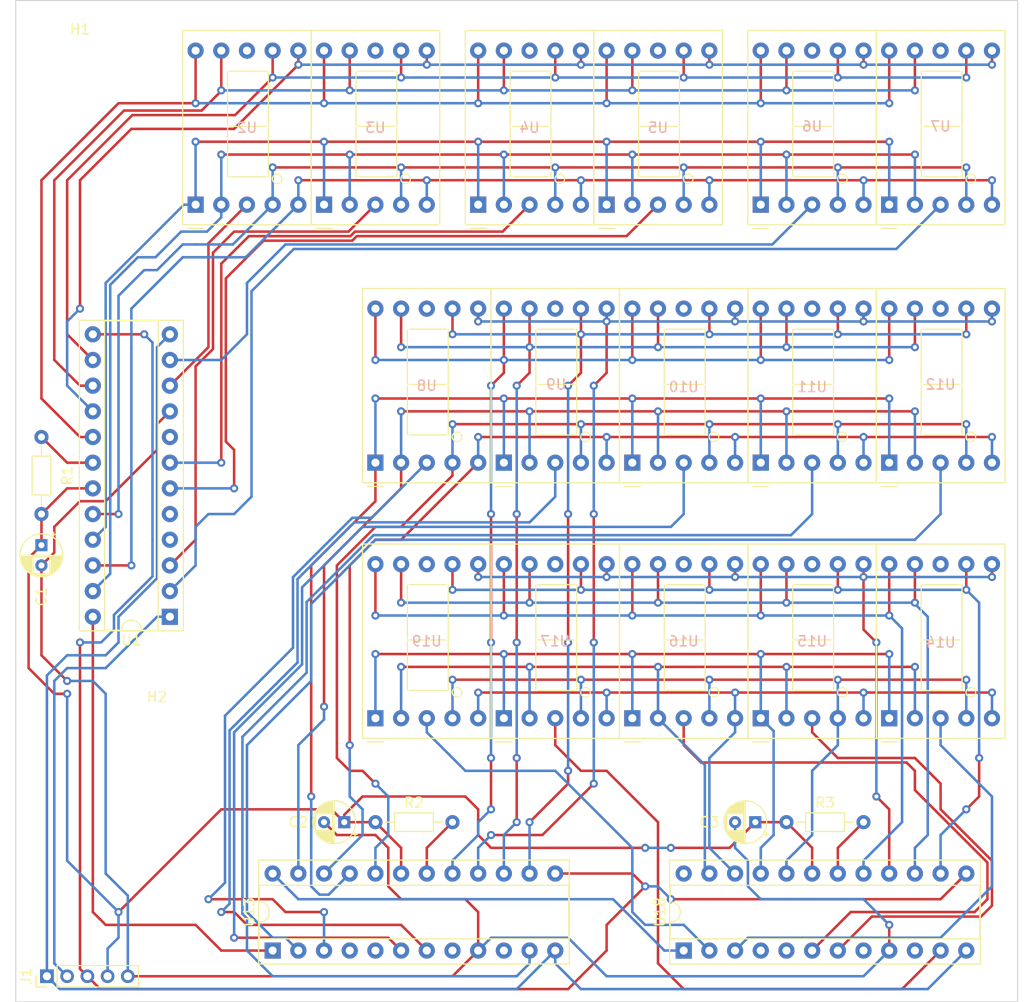
<source format=kicad_pcb>
(kicad_pcb (version 20221018) (generator pcbnew)
  (title_block (title "HTP!m CONTROL Numericals") (date "2023-10-10") (rev "1") (company "shawnd.xyz") (comment 2 "all the 7-segment displays and their data.") (comment 3 "The HTP!m CONTROL Numericals is a section of the HTP!m CONTROL display that handles"))
  (layers (0 "F.Cu" signal) (31 "B.Cu" signal) (34 "B.Paste" user) (35 "F.Paste" user) (36 "B.SilkS" user "B.Silkscreen") (37 "F.SilkS" user "F.Silkscreen") (38 "B.Mask" user) (39 "F.Mask" user) (44 "Edge.Cuts" user))
  (net 0 "")
  (net 1 "+5V")
  (net 2 "GND")
  (net 3 "Net-(J1-Pin_1)")
  (net 4 "Net-(J1-Pin_2)")
  (net 5 "Net-(J1-Pin_3)")
  (net 6 "Net-(U1-ISET)")
  (net 7 "Net-(U18-ISET)")
  (net 8 "Net-(U13-ISET)")
  (net 9 "Net-(U1-DIG_0)")
  (net 10 "Net-(U1-DIG_4)")
  (net 12 "Net-(U1-DIG_2)")
  (net 13 "Net-(U1-DIG_3)")
  (net 15 "Net-(U1-DIG_5)")
  (net 16 "Net-(U1-DIG_1)")
  (net 17 "Net-(U1-SEG_A)")
  (net 18 "Net-(U1-SEG_F)")
  (net 19 "Net-(U1-SEG_B)")
  (net 20 "Net-(U1-SEG_G)")
  (net 21 "Net-(U1-SEG_C)")
  (net 22 "Net-(U1-SEG_E)")
  (net 23 "Net-(U1-SEG_DP)")
  (net 24 "Net-(U1-SEG_D)")
  (net 25 "Net-(U1-DOUT)")
  (net 26 "Net-(U10-E)")
  (net 27 "Net-(U10-D)")
  (net 28 "Net-(U18-DIG_4)")
  (net 29 "Net-(U10-C)")
  (net 30 "Net-(U10-DP)")
  (net 31 "Net-(U10-B)")
  (net 32 "Net-(U10-A)")
  (net 33 "Net-(U10-F)")
  (net 34 "Net-(U10-G)")
  (net 35 "Net-(U18-DIG_3)")
  (net 36 "Net-(U18-DIG_2)")
  (net 37 "Net-(U18-DIG_1)")
  (net 38 "Net-(U18-DIG_0)")
  (net 39 "Net-(U13-DIG_0)")
  (net 40 "Net-(U13-DIG_4)")
  (net 42 "Net-(U13-DIG_2)")
  (net 43 "Net-(U13-DIG_3)")
  (net 46 "Net-(U13-DIG_1)")
  (net 50 "Net-(U13-DOUT)")
  (net 51 "Net-(U14-E)")
  (net 52 "Net-(U14-D)")
  (net 53 "Net-(U14-C)")
  (net 54 "Net-(U14-DP)")
  (net 55 "Net-(U14-B)")
  (net 56 "Net-(U14-A)")
  (net 57 "Net-(U14-F)")
  (net 58 "Net-(U14-G)")
  (footprint "MountingHole:MountingHole_2.5mm" (layer "F.Cu") (at 109.22 113.03)
    (fp_text reference "H2")
    (fp_text value "MountingHole")
  )
  (footprint "Display_7Segment:D1X8K" (layer "F.Cu") (at 181.61 86.36 90)
    (fp_text reference "U12")
    (fp_text value "D168K")
  )
  (footprint "Display_7Segment:D1X8K" (layer "F.Cu") (at 181.61 111.6375 90)
    (fp_text reference "U14")
    (fp_text value "D168K")
  )
  (footprint "Display_7Segment:D1X8K" (layer "F.Cu") (at 156.21 111.6375 90)
    (fp_text reference "U16")
    (fp_text value "D168K")
  )
  (footprint "Display_7Segment:D1X8K" (layer "F.Cu") (at 168.91 86.36 90)
    (fp_text reference "U11")
    (fp_text value "D168K")
  )
  (footprint "Display_7Segment:D1X8K" (layer "F.Cu") (at 143.51 111.6375 90)
    (fp_text reference "U17")
    (fp_text value "D168K")
  )
  (footprint "MountingHole:MountingHole_2.5mm" (layer "F.Cu") (at 101.6 46.99)
    (fp_text reference "H1")
    (fp_text value "MountingHole")
  )
  (footprint "Resistor_THT:R_Axial_DIN0204_L3.6mm_D1.6mm_P7.62mm_Horizontal" (layer "F.Cu") (at 130.81 121.92)
    (fp_text reference "R2")
    (fp_text value "15kΩ")
  )
  (footprint "Resistor_THT:R_Axial_DIN0204_L3.6mm_D1.6mm_P7.62mm_Horizontal" (layer "F.Cu") (at 171.45 121.92)
    (fp_text reference "R3")
    (fp_text value "15kΩ")
  )
  (footprint "Package_DIP:DIP-24_W7.62mm_Socket" (layer "F.Cu") (at 120.65 134.62 90)
    (fp_text reference "U13")
    (fp_text value "MAX7219")
  )
  (footprint "Package_DIP:DIP-24_W7.62mm_Socket" (layer "F.Cu") (at 110.49 101.6 180)
    (fp_text reference "U1")
    (fp_text value "MAX7219")
  )
  (footprint "Resistor_THT:R_Axial_DIN0204_L3.6mm_D1.6mm_P7.62mm_Horizontal" (layer "F.Cu") (at 97.79 91.44 90)
    (fp_text reference "R1")
    (fp_text value "15kΩ")
  )
  (footprint "Display_7Segment:D1X8K" (layer "F.Cu") (at 153.67 60.8375 90)
    (fp_text reference "U5")
    (fp_text value "D168K")
  )
  (footprint "Display_7Segment:D1X8K" (layer "F.Cu") (at 130.81 111.6375 90)
    (fp_text reference "U19")
    (fp_text value "D168K")
  )
  (footprint "Package_DIP:DIP-24_W7.62mm_Socket" (layer "F.Cu") (at 161.29 134.62 90)
    (fp_text reference "U18")
    (fp_text value "MAX7219")
  )
  (footprint "Display_7Segment:D1X8K" (layer "F.Cu") (at 168.91 111.6375 90)
    (fp_text reference "U15")
    (fp_text value "D168K")
  )
  (footprint "Display_7Segment:D1X8K" (layer "F.Cu") (at 143.51 86.36 90)
    (fp_text reference "U9")
    (fp_text value "D168K")
  )
  (footprint "Display_7Segment:D1X8K" (layer "F.Cu") (at 168.91 60.8375 90)
    (fp_text reference "U6")
    (fp_text value "D168K")
  )
  (footprint "Display_7Segment:D1X8K" (layer "F.Cu") (at 130.81 86.36 90)
    (fp_text reference "U8")
    (fp_text value "D168K")
  )
  (footprint "Connector_PinHeader_2.00mm:PinHeader_1x05_P2.00mm_Vertical" (layer "F.Cu") (at 98.33 137.16 90)
    (fp_text reference "J1")
    (fp_text value "Conn_01x05_Socket" hide)
  )
  (footprint "Display_7Segment:D1X8K" (layer "F.Cu") (at 156.21 86.36 90)
    (fp_text reference "U10")
    (fp_text value "D168K")
  )
  (footprint "Display_7Segment:D1X8K" (layer "F.Cu") (at 113.03 60.8375 90)
    (fp_text reference "U2")
    (fp_text value "D168K")
  )
  (footprint "Display_7Segment:D1X8K" (layer "F.Cu") (at 140.97 60.8375 90)
    (fp_text reference "U4")
    (fp_text value "D168K")
  )
  (footprint "Capacitor_THT:CP_Radial_D4.0mm_P2.00mm" (layer "F.Cu") (at 127.73 121.92 180)
    (fp_text reference "C2")
    (fp_text value "10μF")
  )
  (footprint "Capacitor_THT:CP_Radial_D4.0mm_P2.00mm" (layer "F.Cu") (at 168.37 121.92 180)
    (fp_text reference "C3")
    (fp_text value "10μF")
  )
  (footprint "Display_7Segment:D1X8K" (layer "F.Cu") (at 181.61 60.8375 90)
    (fp_text reference "U7")
    (fp_text value "D168K")
  )
  (footprint "Display_7Segment:D1X8K" (layer "F.Cu") (at 125.73 60.8375 90)
    (fp_text reference "U3")
    (fp_text value "D168K")
  )
  (footprint "Capacitor_THT:CP_Radial_D4.0mm_P2.00mm" (layer "F.Cu") (at 97.79 94.52 -90)
    (fp_text reference "C1")
    (fp_text value "10μF")
  )
  (gr_rect (start 95.25 40.64) (end 194.31 139.7) (stroke (width 0.1)) (fill none) (layer "Edge.Cuts"))
  (segment (start 165.83 124.46) (end 163.83 124.46) (width 0.25) (layer "F.Cu") (net 1))
  (segment (start 100.33 88.9) (end 102.87 88.9) (width 0.25) (layer "F.Cu") (net 1))
  (segment (start 100.33 109.22) (end 99.06 109.22) (width 0.25) (layer "F.Cu") (net 1))
  (segment (start 97.79 91.44) (end 100.33 88.9) (width 0.25) (layer "F.Cu") (net 1))
  (segment (start 126.46 120.65) (end 115.57 120.65) (width 0.25) (layer "F.Cu") (net 1))
  (segment (start 127.73 121.92) (end 126.46 120.65) (width 0.25) (layer "F.Cu") (net 1))
  (segment (start 140.97 120.65) (end 139.7 119.38) (width 0.25) (layer "F.Cu") (net 1))
  (segment (start 168.37 121.92) (end 171.45 121.92) (width 0.25) (layer "F.Cu") (net 1))
  (segment (start 163.83 124.46) (end 160.02 124.46) (width 0.25) (layer "F.Cu") (net 1))
  (segment (start 130.81 121.92) (end 127.73 121.92) (width 0.25) (layer "F.Cu") (net 1))
  (segment (start 96.52 95.79) (end 97.79 94.52) (width 0.25) (layer "F.Cu") (net 1))
  (segment (start 127.73 121.19) (end 127.73 121.92) (width 0.25) (layer "F.Cu") (net 1))
  (segment (start 168.37 121.92) (end 165.83 124.46) (width 0.25) (layer "F.Cu") (net 1))
  (segment (start 97.79 94.52) (end 97.79 91.44) (width 0.25) (layer "F.Cu") (net 1))
  (segment (start 171.45 121.92) (end 173.99 124.46) (width 0.25) (layer "F.Cu") (net 1))
  (segment (start 157.48 124.46) (end 142.24 124.46) (width 0.25) (layer "F.Cu") (net 1))
  (segment (start 142.24 124.46) (end 140.97 123.19) (width 0.25) (layer "F.Cu") (net 1))
  (segment (start 129.54 119.38) (end 127.73 121.19) (width 0.25) (layer "F.Cu") (net 1))
  (segment (start 96.52 106.68) (end 96.52 95.79) (width 0.25) (layer "F.Cu") (net 1))
  (segment (start 99.06 109.22) (end 96.52 106.68) (width 0.25) (layer "F.Cu") (net 1))
  (segment (start 115.57 120.65) (end 105.41 130.81) (width 0.25) (layer "F.Cu") (net 1))
  (segment (start 140.97 123.19) (end 140.97 120.65) (width 0.25) (layer "F.Cu") (net 1))
  (segment (start 133.35 124.46) (end 133.35 127) (width 0.25) (layer "F.Cu") (net 1))
  (segment (start 173.99 124.46) (end 173.99 127) (width 0.25) (layer "F.Cu") (net 1))
  (segment (start 130.81 121.92) (end 133.35 124.46) (width 0.25) (layer "F.Cu") (net 1))
  (segment (start 139.7 119.38) (end 129.54 119.38) (width 0.25) (layer "F.Cu") (net 1))
  (via (at 105.41 130.81) (size 0.8) (drill 0.4) (layers "F.Cu" "B.Cu") (net 1))
  (via (at 157.48 124.46) (size 0.8) (drill 0.4) (layers "F.Cu" "B.Cu") (net 1))
  (via (at 100.33 109.22) (size 0.8) (drill 0.4) (layers "F.Cu" "B.Cu") (net 1))
  (via (at 160.02 124.46) (size 0.8) (drill 0.4) (layers "F.Cu" "B.Cu") (net 1))
  (segment (start 105.41 130.81) (end 105.41 133.35) (width 0.25) (layer "B.Cu") (net 1))
  (segment (start 160.02 124.46) (end 157.48 124.46) (width 0.25) (layer "B.Cu") (net 1))
  (segment (start 105.41 133.35) (end 104.33 134.43) (width 0.25) (layer "B.Cu") (net 1))
  (segment (start 104.33 134.43) (end 104.33 137.16) (width 0.25) (layer "B.Cu") (net 1))
  (segment (start 105.41 130.81) (end 100.33 125.73) (width 0.25) (layer "B.Cu") (net 1))
  (segment (start 100.33 125.73) (end 100.33 109.22) (width 0.25) (layer "B.Cu") (net 1))
  (segment (start 181.61 134.62) (end 181.61 132.08) (width 0.25) (layer "F.Cu") (net 2))
  (segment (start 104.14 90.17) (end 109.22 85.09) (width 0.25) (layer "F.Cu") (net 2))
  (segment (start 132.08 124.46) (end 132.08 128.27) (width 0.25) (layer "F.Cu") (net 2))
  (segment (start 125.73 121.92) (end 127 123.19) (width 0.25) (layer "F.Cu") (net 2))
  (segment (start 140.97 130.81) (end 140.97 134.62) (width 0.25) (layer "F.Cu") (net 2))
  (segment (start 109.22 82.55) (end 110.49 81.28) (width 0.25) (layer "F.Cu") (net 2))
  (segment (start 97.79 105.41) (end 100.33 107.95) (width 0.25) (layer "F.Cu") (net 2))
  (segment (start 132.08 128.27) (end 133.35 129.54) (width 0.25) (layer "F.Cu") (net 2))
  (segment (start 139.7 129.54) (end 140.97 130.81) (width 0.25) (layer "F.Cu") (net 2))
  (segment (start 101.6 90.17) (end 104.14 90.17) (width 0.25) (layer "F.Cu") (net 2))
  (segment (start 97.79 96.52) (end 97.79 105.41) (width 0.25) (layer "F.Cu") (net 2))
  (segment (start 138.43 137.16) (end 106.33 137.16) (width 0.25) (layer "F.Cu") (net 2))
  (segment (start 109.22 85.09) (end 109.22 82.55) (width 0.25) (layer "F.Cu") (net 2))
  (segment (start 130.81 123.19) (end 132.08 124.46) (width 0.25) (layer "F.Cu") (net 2))
  (segment (start 133.35 129.54) (end 139.7 129.54) (width 0.25) (layer "F.Cu") (net 2))
  (segment (start 127 123.19) (end 130.81 123.19) (width 0.25) (layer "F.Cu") (net 2))
  (segment (start 99.06 95.25) (end 99.06 92.71) (width 0.25) (layer "F.Cu") (net 2))
  (segment (start 97.79 96.52) (end 99.06 95.25) (width 0.25) (layer "F.Cu") (net 2))
  (segment (start 99.06 92.71) (end 101.6 90.17) (width 0.25) (layer "F.Cu") (net 2))
  (segment (start 140.97 134.62) (end 138.43 137.16) (width 0.25) (layer "F.Cu") (net 2))
  (via (at 100.33 107.95) (size 0.8) (drill 0.4) (layers "F.Cu" "B.Cu") (net 2))
  (via (at 181.61 132.08) (size 0.8) (drill 0.4) (layers "F.Cu" "B.Cu") (net 2))
  (segment (start 104.14 127) (end 106.33 129.19) (width 0.25) (layer "B.Cu") (net 2))
  (segment (start 104.14 109.22) (end 104.14 127) (width 0.25) (layer "B.Cu") (net 2))
  (segment (start 166.37 124.46) (end 166.37 121.92) (width 0.25) (layer "B.Cu") (net 2))
  (segment (start 149.86 133.35) (end 142.24 133.35) (width 0.25) (layer "B.Cu") (net 2))
  (segment (start 100.33 107.95) (end 102.87 107.95) (width 0.25) (layer "B.Cu") (net 2))
  (segment (start 179.07 129.54) (end 168.91 129.54) (width 0.25) (layer "B.Cu") (net 2))
  (segment (start 181.61 132.08) (end 179.07 129.54) (width 0.25) (layer "B.Cu") (net 2))
  (segment (start 181.61 134.62) (end 179.07 137.16) (width 0.25) (layer "B.Cu") (net 2))
  (segment (start 167.64 125.73) (end 166.37 124.46) (width 0.25) (layer "B.Cu") (net 2))
  (segment (start 168.91 129.54) (end 167.64 128.27) (width 0.25) (layer "B.Cu") (net 2))
  (segment (start 106.33 129.19) (end 106.33 137.16) (width 0.25) (layer "B.Cu") (net 2))
  (segment (start 102.87 107.95) (end 104.14 109.22) (width 0.25) (layer "B.Cu") (net 2))
  (segment (start 167.64 128.27) (end 167.64 125.73) (width 0.25) (layer "B.Cu") (net 2))
  (segment (start 142.24 133.35) (end 140.97 134.62) (width 0.25) (layer "B.Cu") (net 2))
  (segment (start 153.67 137.16) (end 149.86 133.35) (width 0.25) (layer "B.Cu") (net 2))
  (segment (start 179.07 137.16) (end 153.67 137.16) (width 0.25) (layer "B.Cu") (net 2))
  (segment (start 144.78 138.43) (end 99.6 138.43) (width 0.25) (layer "B.Cu") (net 3))
  (segment (start 110.49 73.66) (end 109.22 74.93) (width 0.25) (layer "B.Cu") (net 3))
  (segment (start 148.59 134.62) (end 148.59 135.89) (width 0.25) (layer "B.Cu") (net 3))
  (segment (start 109.22 74.93) (end 109.22 97.79) (width 0.25) (layer "B.Cu") (net 3))
  (segment (start 109.22 97.79) (end 105.41 101.6) (width 0.25) (layer "B.Cu") (net 3))
  (segment (start 185.42 138.43) (end 189.23 134.62) (width 0.25) (layer "B.Cu") (net 3))
  (segment (start 148.59 135.89) (end 151.13 138.43) (width 0.25) (layer "B.Cu") (net 3))
  (segment (start 148.59 134.62) (end 144.78 138.43) (width 0.25) (layer "B.Cu") (net 3))
  (segment (start 99.6 138.43) (end 98.33 137.16) (width 0.25) (layer "B.Cu") (net 3))
  (segment (start 105.41 101.6) (end 105.41 104.14) (width 0.25) (layer "B.Cu") (net 3))
  (segment (start 105.41 104.14) (end 104.14 105.41) (width 0.25) (layer "B.Cu") (net 3))
  (segment (start 104.14 105.41) (end 100.33 105.41) (width 0.25) (layer "B.Cu") (net 3))
  (segment (start 100.33 105.41) (end 98.33 107.41) (width 0.25) (layer "B.Cu") (net 3))
  (segment (start 98.33 107.41) (end 98.33 137.16) (width 0.25) (layer "B.Cu") (net 3))
  (segment (start 151.13 138.43) (end 185.42 138.43) (width 0.25) (layer "B.Cu") (net 3))
  (segment (start 100.33 106.68) (end 99.06 107.95) (width 0.25) (layer "B.Cu") (net 4))
  (segment (start 99.06 107.95) (end 99.06 135.89) (width 0.25) (layer "B.Cu") (net 4))
  (segment (start 110.49 101.6) (end 109.22 101.6) (width 0.25) (layer "B.Cu") (net 4))
  (segment (start 99.06 135.89) (end 100.33 137.16) (width 0.25) (layer "B.Cu") (net 4))
  (segment (start 109.22 101.6) (end 104.14 106.68) (width 0.25) (layer "B.Cu") (net 4))
  (segment (start 104.14 106.68) (end 100.33 106.68) (width 0.25) (layer "B.Cu") (net 4))
  (segment (start 189.23 127) (end 186.69 129.54) (width 0.25) (layer "F.Cu") (net 5))
  (segment (start 103.6 138.43) (end 102.33 137.16) (width 0.25) (layer "F.Cu") (net 5))
  (segment (start 157.48 128.27) (end 153.67 132.08) (width 0.25) (layer "F.Cu") (net 5))
  (segment (start 101.6 136.43) (end 102.33 137.16) (width 0.25) (layer "F.Cu") (net 5))
  (segment (start 149.86 138.43) (end 103.6 138.43) (width 0.25) (layer "F.Cu") (net 5))
  (segment (start 186.69 129.54) (end 160.02 129.54) (width 0.25) (layer "F.Cu") (net 5))
  (segment (start 102.87 73.66) (end 107.95 73.66) (width 0.25) (layer "F.Cu") (net 5))
  (segment (start 156.21 127) (end 148.59 127) (width 0.25) (layer "F.Cu") (net 5))
  (segment (start 101.6 104.14) (end 101.6 136.43) (width 0.25) (layer "F.Cu") (net 5))
  (segment (start 153.67 132.08) (end 153.67 134.62) (width 0.25) (layer "F.Cu") (net 5))
  (segment (start 157.48 128.27) (end 156.21 127) (width 0.25) (layer "F.Cu") (net 5))
  (segment (start 153.67 134.62) (end 149.86 138.43) (width 0.25) (layer "F.Cu") (net 5))
  (via (at 107.95 73.66) (size 0.8) (drill 0.4) (layers "F.Cu" "B.Cu") (net 5))
  (via (at 160.02 129.54) (size 0.8) (drill 0.4) (layers "F.Cu" "B.Cu") (net 5))
  (via (at 101.6 104.14) (size 0.8) (drill 0.4) (layers "F.Cu" "B.Cu") (net 5))
  (via (at 157.48 128.27) (size 0.8) (drill 0.4) (layers "F.Cu" "B.Cu") (net 5))
  (segment (start 104.96 102.87) (end 103.69 104.14) (width 0.25) (layer "B.Cu") (net 5))
  (segment (start 108.77 74.48) (end 108.77 93.98) (width 0.25) (layer "B.Cu") (net 5))
  (segment (start 108.77 93.98) (end 108.77 97.603604) (width 0.25) (layer "B.Cu") (net 5))
  (segment (start 160.02 129.54) (end 158.75 128.27) (width 0.25) (layer "B.Cu") (net 5))
  (segment (start 158.75 128.27) (end 157.48 128.27) (width 0.25) (layer "B.Cu") (net 5))
  (segment (start 107.95 73.66) (end 108.77 74.48) (width 0.25) (layer "B.Cu") (net 5))
  (segment (start 104.96 101.413604) (end 104.96 102.87) (width 0.25) (layer "B.Cu") (net 5))
  (segment (start 103.69 104.14) (end 101.6 104.14) (width 0.25) (layer "B.Cu") (net 5))
  (segment (start 106.361802 100.011802) (end 104.96 101.413604) (width 0.25) (layer "B.Cu") (net 5))
  (segment (start 108.77 97.603604) (end 106.361802 100.011802) (width 0.25) (layer "B.Cu") (net 5))
  (segment (start 97.79 83.82) (end 100.33 86.36) (width 0.25) (layer "F.Cu") (net 6))
  (segment (start 100.33 86.36) (end 102.87 86.36) (width 0.25) (layer "F.Cu") (net 6))
  (segment (start 176.53 127) (end 176.53 124.46) (width 0.25) (layer "F.Cu") (net 7))
  (segment (start 176.53 124.46) (end 179.07 121.92) (width 0.25) (layer "F.Cu") (net 7))
  (segment (start 135.89 127) (end 135.89 124.46) (width 0.25) (layer "F.Cu") (net 8))
  (segment (start 135.89 124.46) (end 138.43 121.92) (width 0.25) (layer "F.Cu") (net 8))
  (segment (start 118.56 89.72) (end 116.84 91.44) (width 0.25) (layer "B.Cu") (net 9))
  (segment (start 113.03 92.71) (end 113.03 96.52) (width 0.25) (layer "B.Cu") (net 9))
  (segment (start 186.69 60.8375) (end 182.3075 65.22) (width 0.25) (layer "B.Cu") (net 9))
  (segment (start 116.84 91.44) (end 114.3 91.44) (width 0.25) (layer "B.Cu") (net 9))
  (segment (start 114.3 91.44) (end 113.03 92.71) (width 0.25) (layer "B.Cu") (net 9))
  (segment (start 118.56 69.4) (end 118.56 89.72) (width 0.25) (layer "B.Cu") (net 9))
  (segment (start 113.03 96.52) (end 110.49 99.06) (width 0.25) (layer "B.Cu") (net 9))
  (segment (start 182.3075 65.22) (end 122.74 65.22) (width 0.25) (layer "B.Cu") (net 9))
  (segment (start 122.74 65.22) (end 118.56 69.4) (width 0.25) (layer "B.Cu") (net 9))
  (segment (start 114.75 75.116396) (end 113.03 76.836396) (width 0.25) (layer "F.Cu") (net 10))
  (segment (start 114.75 65.59) (end 114.75 75.116396) (width 0.25) (layer "F.Cu") (net 10))
  (segment (start 130.81 60.8375) (end 128.1475 63.5) (width 0.25) (layer "F.Cu") (net 10))
  (segment (start 128.1475 63.5) (end 116.84 63.5) (width 0.25) (layer "F.Cu") (net 10))
  (segment (start 113.03 76.836396) (end 113.03 93.98) (width 0.25) (layer "F.Cu") (net 10))
  (segment (start 113.03 93.98) (end 110.49 96.52) (width 0.25) (layer "F.Cu") (net 10))
  (segment (start 116.84 63.5) (end 114.75 65.59) (width 0.25) (layer "F.Cu") (net 10))
  (segment (start 116.84 85.09) (end 116.84 88.9) (width 0.25) (layer "F.Cu") (net 12))
  (segment (start 116.02 68.131396) (end 116.02 84.27) (width 0.25) (layer "F.Cu") (net 12))
  (segment (start 155.6375 63.95) (end 128.970292 63.95) (width 0.25) (layer "F.Cu") (net 12))
  (segment (start 128.970292 63.95) (end 128.520292 64.4) (width 0.25) (layer "F.Cu") (net 12))
  (segment (start 119.751396 64.4) (end 116.02 68.131396) (width 0.25) (layer "F.Cu") (net 12))
  (segment (start 128.520292 64.4) (end 119.751396 64.4) (width 0.25) (layer "F.Cu") (net 12))
  (segment (start 158.75 60.8375) (end 155.6375 63.95) (width 0.25) (layer "F.Cu") (net 12))
  (segment (start 116.02 84.27) (end 116.84 85.09) (width 0.25) (layer "F.Cu") (net 12))
  (via (at 116.84 88.9) (size 0.8) (drill 0.4) (layers "F.Cu" "B.Cu") (net 12))
  (segment (start 116.84 88.9) (end 110.49 88.9) (width 0.25) (layer "B.Cu") (net 12))
  (segment (start 143.3875 63.5) (end 128.783896 63.5) (width 0.25) (layer "F.Cu") (net 13))
  (segment (start 115.57 85.09) (end 115.57 86.36) (width 0.25) (layer "F.Cu") (net 13))
  (segment (start 146.05 60.8375) (end 143.3875 63.5) (width 0.25) (layer "F.Cu") (net 13))
  (segment (start 118.296396 63.95) (end 115.57 66.676396) (width 0.25) (layer "F.Cu") (net 13))
  (segment (start 115.57 66.676396) (end 115.57 85.09) (width 0.25) (layer "F.Cu") (net 13))
  (segment (start 128.783896 63.5) (end 128.333896 63.95) (width 0.25) (layer "F.Cu") (net 13))
  (segment (start 128.333896 63.95) (end 118.296396 63.95) (width 0.25) (layer "F.Cu") (net 13))
  (via (at 115.57 86.36) (size 0.8) (drill 0.4) (layers "F.Cu" "B.Cu") (net 13))
  (segment (start 115.57 86.36) (end 110.49 86.36) (width 0.25) (layer "B.Cu") (net 13))
  (segment (start 114.3 64.6475) (end 114.3 74.93) (width 0.25) (layer "F.Cu") (net 15))
  (segment (start 118.11 60.8375) (end 114.3 64.6475) (width 0.25) (layer "F.Cu") (net 15))
  (segment (start 114.3 74.93) (end 110.49 78.74) (width 0.25) (layer "F.Cu") (net 15))
  (segment (start 118.11 73.66) (end 115.57 76.2) (width 0.25) (layer "B.Cu") (net 16))
  (segment (start 115.57 76.2) (end 110.49 76.2) (width 0.25) (layer "B.Cu") (net 16))
  (segment (start 118.11 68.58) (end 118.11 73.66) (width 0.25) (layer "B.Cu") (net 16))
  (segment (start 173.99 60.8375) (end 170.0575 64.77) (width 0.25) (layer "B.Cu") (net 16))
  (segment (start 170.0575 64.77) (end 121.92 64.77) (width 0.25) (layer "B.Cu") (net 16))
  (segment (start 121.92 64.77) (end 118.11 68.58) (width 0.25) (layer "B.Cu") (net 16))
  (segment (start 100.33 58.42) (end 100.33 73.66) (width 0.25) (layer "F.Cu") (net 17))
  (segment (start 120.65 48.26) (end 116.935 51.975) (width 0.25) (layer "F.Cu") (net 17))
  (segment (start 161.29 48.26) (end 161.29 45.5975) (width 0.25) (layer "F.Cu") (net 17))
  (segment (start 106.775 51.975) (end 100.33 58.42) (width 0.25) (layer "F.Cu") (net 17))
  (segment (start 176.53 48.26) (end 176.53 45.5975) (width 0.25) (layer "F.Cu") (net 17))
  (segment (start 148.59 48.26) (end 148.59 45.5975) (width 0.25) (layer "F.Cu") (net 17))
  (segment (start 120.65 48.26) (end 120.65 45.5975) (width 0.25) (layer "F.Cu") (net 17))
  (segment (start 189.23 45.5975) (end 189.23 48.26) (width 0.25) (layer "F.Cu") (net 17))
  (segment (start 100.33 73.66) (end 102.87 76.2) (width 0.25) (layer "F.Cu") (net 17))
  (segment (start 116.935 51.975) (end 106.775 51.975) (width 0.25) (layer "F.Cu") (net 17))
  (segment (start 133.35 48.26) (end 133.35 45.5975) (width 0.25) (layer "F.Cu") (net 17))
  (via (at 120.65 48.26) (size 0.8) (drill 0.4) (layers "F.Cu" "B.Cu") (net 17))
  (via (at 133.35 48.26) (size 0.8) (drill 0.4) (layers "F.Cu" "B.Cu") (net 17))
  (via (at 161.29 48.26) (size 0.8) (drill 0.4) (layers "F.Cu" "B.Cu") (net 17))
  (via (at 148.59 48.26) (size 0.8) (drill 0.4) (layers "F.Cu" "B.Cu") (net 17))
  (via (at 176.53 48.26) (size 0.8) (drill 0.4) (layers "F.Cu" "B.Cu") (net 17))
  (via (at 189.23 48.26) (size 0.8) (drill 0.4) (layers "F.Cu" "B.Cu") (net 17))
  (segment (start 161.29 48.26) (end 148.59 48.26) (width 0.25) (layer "B.Cu") (net 17))
  (segment (start 148.59 48.26) (end 133.35 48.26) (width 0.25) (layer "B.Cu") (net 17))
  (segment (start 189.23 48.26) (end 176.53 48.26) (width 0.25) (layer "B.Cu") (net 17))
  (segment (start 176.53 48.26) (end 161.29 48.26) (width 0.25) (layer "B.Cu") (net 17))
  (segment (start 133.35 48.26) (end 120.65 48.26) (width 0.25) (layer "B.Cu") (net 17))
  (segment (start 99.06 76.2) (end 101.6 78.74) (width 0.25) (layer "F.Cu") (net 18))
  (segment (start 105.955 51.525) (end 99.06 58.42) (width 0.25) (layer "F.Cu") (net 18))
  (segment (start 115.57 45.5975) (end 115.57 49.53) (width 0.25) (layer "F.Cu") (net 18))
  (segment (start 113.629695 51.525) (end 105.955 51.525) (width 0.25) (layer "F.Cu") (net 18))
  (segment (start 128.27 45.5975) (end 128.27 49.53) (width 0.25) (layer "F.Cu") (net 18))
  (segment (start 115.57 49.584695) (end 113.629695 51.525) (width 0.25) (layer "F.Cu") (net 18))
  (segment (start 156.21 45.5975) (end 156.21 49.53) (width 0.25) (layer "F.Cu") (net 18))
  (segment (start 184.15 45.5975) (end 184.15 49.53) (width 0.25) (layer "F.Cu") (net 18))
  (segment (start 171.45 45.5975) (end 171.45 49.53) (width 0.25) (layer "F.Cu") (net 18))
  (segment (start 99.06 58.42) (end 99.06 76.2) (width 0.25) (layer "F.Cu") (net 18))
  (segment (start 143.51 45.5975) (end 143.51 49.53) (width 0.25) (layer "F.Cu") (net 18))
  (segment (start 101.6 78.74) (end 102.87 78.74) (width 0.25) (layer "F.Cu") (net 18))
  (segment (start 115.57 49.53) (end 115.57 49.584695) (width 0.25) (layer "F.Cu") (net 18))
  (via (at 115.57 49.53) (size 0.8) (drill 0.4) (layers "F.Cu" "B.Cu") (net 18))
  (via (at 143.51 49.53) (size 0.8) (drill 0.4) (layers "F.Cu" "B.Cu") (net 18))
  (via (at 156.21 49.53) (size 0.8) (drill 0.4) (layers "F.Cu" "B.Cu") (net 18))
  (via (at 184.15 49.53) (size 0.8) (drill 0.4) (layers "F.Cu" "B.Cu") (net 18))
  (via (at 171.45 49.53) (size 0.8) (drill 0.4) (layers "F.Cu" "B.Cu") (net 18))
  (via (at 128.27 49.53) (size 0.8) (drill 0.4) (layers "F.Cu" "B.Cu") (net 18))
  (segment (start 143.51 49.53) (end 128.27 49.53) (width 0.25) (layer "B.Cu") (net 18))
  (segment (start 128.27 49.53) (end 115.57 49.53) (width 0.25) (layer "B.Cu") (net 18))
  (segment (start 184.15 49.53) (end 171.45 49.53) (width 0.25) (layer "B.Cu") (net 18))
  (segment (start 156.21 49.53) (end 143.51 49.53) (width 0.25) (layer "B.Cu") (net 18))
  (segment (start 171.45 49.53) (end 156.21 49.53) (width 0.25) (layer "B.Cu") (net 18))
  (segment (start 123.19 46.99) (end 116.84 53.34) (width 0.25) (layer "F.Cu") (net 19))
  (segment (start 116.84 53.34) (end 115.57 53.34) (width 0.25) (layer "F.Cu") (net 19))
  (segment (start 123.19 45.5975) (end 123.19 46.99) (width 0.25) (layer "F.Cu") (net 19))
  (segment (start 191.77 45.5975) (end 191.77 46.99) (width 0.25) (layer "F.Cu") (net 19))
  (segment (start 135.89 45.5975) (end 135.89 46.99) (width 0.25) (layer "F.Cu") (net 19))
  (segment (start 151.13 45.5975) (end 151.13 46.99) (width 0.25) (layer "F.Cu") (net 19))
  (segment (start 115.57 53.34) (end 106.68 53.34) (width 0.25) (layer "F.Cu") (net 19))
  (segment (start 102.87 57.15) (end 101.6 58.42) (width 0.25) (layer "F.Cu") (net 19))
  (segment (start 179.07 46.99) (end 179.07 45.5975) (width 0.25) (layer "F.Cu") (net 19))
  (segment (start 101.6 58.42) (end 101.6 71.12) (width 0.25) (layer "F.Cu") (net 19))
  (segment (start 163.83 45.5975) (end 163.83 46.99) (width 0.25) (layer "F.Cu") (net 19))
  (segment (start 106.68 53.34) (end 102.87 57.15) (width 0.25) (layer "F.Cu") (net 19))
  (via (at 101.6 71.12) (size 0.8) (drill 0.4) (layers "F.Cu" "B.Cu") (net 19))
  (via (at 179.07 46.99) (size 0.8) (drill 0.4) (layers "F.Cu" "B.Cu") (net 19))
  (via (at 151.13 46.99) (size 0.8) (drill 0.4) (layers "F.Cu" "B.Cu") (net 19))
  (via (at 163.83 46.99) (size 0.8) (drill 0.4) (layers "F.Cu" "B.Cu") (net 19))
  (via (at 135.89 46.99) (size 0.8) (drill 0.4) (layers "F.Cu" "B.Cu") (net 19))
  (via (at 191.77 46.99) (size 0.8) (drill 0.4) (layers "F.Cu" "B.Cu") (net 19))
  (via (at 123.19 46.99) (size 0.8) (drill 0.4) (layers "F.Cu" "B.Cu") (net 19))
  (segment (start 100.33 78.74) (end 102.87 81.28) (width 0.25) (layer "B.Cu") (net 19))
  (segment (start 135.89 46.99) (end 123.19 46.99) (width 0.25) (layer "B.Cu") (net 19))
  (segment (start 163.83 46.99) (end 151.13 46.99) (width 0.25) (layer "B.Cu") (net 19))
  (segment (start 179.07 46.99) (end 163.83 46.99) (width 0.25) (layer "B.Cu") (net 19))
  (segment (start 191.77 46.99) (end 179.07 46.99) (width 0.25) (layer "B.Cu") (net 19))
  (segment (start 100.33 72.39) (end 100.33 78.74) (width 0.25) (layer "B.Cu") (net 19))
  (segment (start 151.13 46.99) (end 135.89 46.99) (width 0.25) (layer "B.Cu") (net 19))
  (segment (start 101.6 71.12) (end 100.33 72.39) (width 0.25) (layer "B.Cu") (net 19))
  (segment (start 140.97 50.8) (end 140.97 45.5975) (width 0.25) (layer "F.Cu") (net 20))
  (segment (start 101.6 83.82) (end 102.87 83.82) (width 0.25) (layer "F.Cu") (net 20))
  (segment (start 168.91 50.8) (end 168.91 45.5975) (width 0.25) (layer "F.Cu") (net 20))
  (segment (start 105.41 50.8) (end 97.79 58.42) (width 0.25) (layer "F.Cu") (net 20))
  (segment (start 113.03 50.8) (end 105.41 50.8) (width 0.25) (layer "F.Cu") (net 20))
  (segment (start 97.79 80.01) (end 101.6 83.82) (width 0.25) (layer "F.Cu") (net 20))
  (segment (start 181.61 45.5975) (end 181.61 50.8) (width 0.25) (layer "F.Cu") (net 20))
  (segment (start 97.79 58.42) (end 97.79 80.01) (width 0.25) (layer "F.Cu") (net 20))
  (segment (start 113.03 50.8) (end 113.03 45.5975) (width 0.25) (layer "F.Cu") (net 20))
  (segment (start 125.73 50.8) (end 125.73 45.5975) (width 0.25) (layer "F.Cu") (net 20))
  (segment (start 153.67 50.8) (end 153.67 45.5975) (width 0.25) (layer "F.Cu") (net 20))
  (via (at 153.67 50.8) (size 0.8) (drill 0.4) (layers "F.Cu" "B.Cu") (net 20))
  (via (at 125.73 50.8) (size 0.8) (drill 0.4) (layers "F.Cu" "B.Cu") (net 20))
  (via (at 168.91 50.8) (size 0.8) (drill 0.4) (layers "F.Cu" "B.Cu") (net 20))
  (via (at 181.61 50.8) (size 0.8) (drill 0.4) (layers "F.Cu" "B.Cu") (net 20))
  (via (at 113.03 50.8) (size 0.8) (drill 0.4) (layers "F.Cu" "B.Cu") (net 20))
  (via (at 140.97 50.8) (size 0.8) (drill 0.4) (layers "F.Cu" "B.Cu") (net 20))
  (segment (start 181.61 50.8) (end 168.91 50.8) (width 0.25) (layer "B.Cu") (net 20))
  (segment (start 125.73 50.8) (end 113.03 50.8) (width 0.25) (layer "B.Cu") (net 20))
  (segment (start 153.67 50.8) (end 140.97 50.8) (width 0.25) (layer "B.Cu") (net 20))
  (segment (start 140.97 50.8) (end 125.73 50.8) (width 0.25) (layer "B.Cu") (net 20))
  (segment (start 168.91 50.8) (end 153.67 50.8) (width 0.25) (layer "B.Cu") (net 20))
  (segment (start 148.59 57.15) (end 161.29 57.15) (width 0.25) (layer "F.Cu") (net 21))
  (segment (start 133.35 57.15) (end 148.59 57.15) (width 0.25) (layer "F.Cu") (net 21))
  (segment (start 105.41 91.44) (end 102.87 91.44) (width 0.25) (layer "F.Cu") (net 21))
  (segment (start 176.53 57.15) (end 189.23 57.15) (width 0.25) (layer "F.Cu") (net 21))
  (segment (start 120.65 57.15) (end 133.35 57.15) (width 0.25) (layer "F.Cu") (net 21))
  (segment (start 161.29 57.15) (end 176.53 57.15) (width 0.25) (layer "F.Cu") (net 21))
  (via (at 176.53 57.15) (size 0.8) (drill 0.4) (layers "F.Cu" "B.Cu") (net 21))
  (via (at 189.23 57.15) (size 0.8) (drill 0.4) (layers "F.Cu" "B.Cu") (net 21))
  (via (at 133.35 57.15) (size 0.8) (drill 0.4) (layers "F.Cu" "B.Cu") (net 21))
  (via (at 161.29 57.15) (size 0.8) (drill 0.4) (layers "F.Cu" "B.Cu") (net 21))
  (via (at 120.65 57.15) (size 0.8) (drill 0.4) (layers "F.Cu" "B.Cu") (net 21))
  (via (at 105.41 91.44) (size 0.8) (drill 0.4) (layers "F.Cu" "B.Cu") (net 21))
  (via (at 148.59 57.15) (size 0.8) (drill 0.4) (layers "F.Cu" "B.Cu") (net 21))
  (segment (start 120.65 60.8375) (end 120.65 57.15) (width 0.25) (layer "B.Cu") (net 21))
  (segment (start 107.95 67.31) (end 105.41 69.85) (width 0.25) (layer "B.Cu") (net 21))
  (segment (start 113.03 64.77) (end 111.76 64.77) (width 0.25) (layer "B.Cu") (net 21))
  (segment (start 189.23 60.8375) (end 189.23 57.15) (width 0.25) (layer "B.Cu") (net 21))
  (segment (start 161.29 57.15) (end 161.29 60.8375) (width 0.25) (layer "B.Cu") (net 21))
  (segment (start 105.41 69.85) (end 105.41 91.44) (width 0.25) (layer "B.Cu") (net 21))
  (segment (start 148.59 57.15) (end 148.59 60.8375) (width 0.25) (layer "B.Cu") (net 21))
  (segment (start 116.7175 64.77) (end 113.03 64.77) (width 0.25) (layer "B.Cu") (net 21))
  (segment (start 176.53 57.15) (end 176.53 60.8375) (width 0.25) (layer "B.Cu") (net 21))
  (segment (start 111.76 64.77) (end 109.22 67.31) (width 0.25) (layer "B.Cu") (net 21))
  (segment (start 120.65 60.8375) (end 116.7175 64.77) (width 0.25) (layer "B.Cu") (net 21))
  (segment (start 133.35 57.15) (end 133.35 60.8375) (width 0.25) (layer "B.Cu") (net 21))
  (segment (start 109.22 67.31) (end 107.95 67.31) (width 0.25) (layer "B.Cu") (net 21))
  (segment (start 113.03 54.61) (end 125.73 54.61) (width 0.25) (layer "F.Cu") (net 22))
  (segment (start 140.97 54.61) (end 153.67 54.61) (width 0.25) (layer "F.Cu") (net 22))
  (segment (start 153.67 54.61) (end 168.91 54.61) (width 0.25) (layer "F.Cu") (net 22))
  (segment (start 125.73 54.61) (end 140.97 54.61) (width 0.25) (layer "F.Cu") (net 22))
  (segment (start 168.91 54.61) (end 181.61 54.61) (width 0.25) (layer "F.Cu") (net 22))
  (via (at 125.73 54.61) (size 0.8) (drill 0.4) (layers "F.Cu" "B.Cu") (net 22))
  (via (at 168.91 54.61) (size 0.8) (drill 0.4) (layers "F.Cu" "B.Cu") (net 22))
  (via (at 153.67 54.61) (size 0.8) (drill 0.4) (layers "F.Cu" "B.Cu") (net 22))
  (via (at 181.61 54.61) (size 0.8) (drill 0.4) (layers "F.Cu" "B.Cu") (net 22))
  (via (at 113.03 54.61) (size 0.8) (drill 0.4) (layers "F.Cu" "B.Cu") (net 22))
  (via (at 140.97 54.61) (size 0.8) (drill 0.4) (layers "F.Cu" "B.Cu") (net 22))
  (segment (start 111.8825 60.8375) (end 104.14 68.58) (width 0.25) (layer "B.Cu") (net 22))
  (segment (start 140.97 54.61) (end 140.97 60.8375) (width 0.25) (layer "B.Cu") (net 22))
  (segment (start 104.14 92.71) (end 102.87 93.98) (width 0.25) (layer "B.Cu") (net 22))
  (segment (start 104.14 68.58) (end 104.14 92.71) (width 0.25) (layer "B.Cu") (net 22))
  (segment (start 153.67 54.61) (end 153.67 60.8375) (width 0.25) (layer "B.Cu") (net 22))
  (segment (start 125.73 54.61) (end 125.73 60.8375) (width 0.25) (layer "B.Cu") (net 22))
  (segment (start 113.03 60.8375) (end 113.03 54.61) (width 0.25) (layer "B.Cu") (net 22))
  (segment (start 181.61 60.8375) (end 181.61 54.61) (width 0.25) (layer "B.Cu") (net 22))
  (segment (start 168.91 54.61) (end 168.91 60.8375) (width 0.25) (layer "B.Cu") (net 22))
  (segment (start 113.03 60.8375) (end 111.8825 60.8375) (width 0.25) (layer "B.Cu") (net 22))
  (segment (start 151.13 58.42) (end 135.89 58.42) (width 0.25) (layer "F.Cu") (net 23))
  (segment (start 179.07 58.42) (end 163.83 58.42) (width 0.25) (layer "F.Cu") (net 23))
  (segment (start 135.89 58.42) (end 123.19 58.42) (width 0.25) (layer "F.Cu") (net 23))
  (segment (start 191.77 58.42) (end 179.07 58.42) (width 0.25) (layer "F.Cu") (net 23))
  (segment (start 163.83 58.42) (end 151.13 58.42) (width 0.25) (layer "F.Cu") (net 23))
  (segment (start 106.68 96.52) (end 102.87 96.52) (width 0.25) (layer "F.Cu") (net 23))
  (via (at 163.83 58.42) (size 0.8) (drill 0.4) (layers "F.Cu" "B.Cu") (net 23))
  (via (at 123.19 58.42) (size 0.8) (drill 0.4) (layers "F.Cu" "B.Cu") (net 23))
  (via (at 135.89 58.42) (size 0.8) (drill 0.4) (layers "F.Cu" "B.Cu") (net 23))
  (via (at 179.07 58.42) (size 0.8) (drill 0.4) (layers "F.Cu" "B.Cu") (net 23))
  (via (at 191.77 58.42) (size 0.8) (drill 0.4) (layers "F.Cu" "B.Cu") (net 23))
  (via (at 106.68 96.52) (size 0.8) (drill 0.4) (layers "F.Cu" "B.Cu") (net 23))
  (via (at 151.13 58.42) (size 0.8) (drill 0.4) (layers "F.Cu" "B.Cu") (net 23))
  (segment (start 163.83 60.8375) (end 163.83 58.42) (width 0.25) (layer "B.Cu") (net 23))
  (segment (start 117.9875 66.04) (end 114.3 66.04) (width 0.25) (layer "B.Cu") (net 23))
  (segment (start 191.77 60.8375) (end 191.77 58.42) (width 0.25) (layer "B.Cu") (net 23))
  (segment (start 135.89 60.8375) (end 135.89 58.42) (width 0.25) (layer "B.Cu") (net 23))
  (segment (start 123.19 60.8375) (end 117.9875 66.04) (width 0.25) (layer "B.Cu") (net 23))
  (segment (start 114.3 66.04) (end 111.76 66.04) (width 0.25) (layer "B.Cu") (net 23))
  (segment (start 109.22 68.58) (end 106.68 71.12) (width 0.25) (layer "B.Cu") (net 23))
  (segment (start 106.68 71.12) (end 106.68 74.93) (width 0.25) (layer "B.Cu") (net 23))
  (segment (start 123.19 60.8375) (end 123.19 58.42) (width 0.25) (layer "B.Cu") (net 23))
  (segment (start 151.13 60.8375) (end 151.13 58.42) (width 0.25) (layer "B.Cu") (net 23))
  (segment (start 111.76 66.04) (end 109.22 68.58) (width 0.25) (layer "B.Cu") (net 23))
  (segment (start 106.68 74.93) (end 106.68 96.52) (width 0.25) (layer "B.Cu") (net 23))
  (segment (start 179.07 60.8375) (end 179.07 58.42) (width 0.25) (layer "B.Cu") (net 23))
  (segment (start 128.27 55.88) (end 115.57 55.88) (width 0.25) (layer "F.Cu") (net 24))
  (segment (start 171.45 55.88) (end 156.21 55.88) (width 0.25) (layer "F.Cu") (net 24))
  (segment (start 184.15 55.88) (end 171.45 55.88) (width 0.25) (layer "F.Cu") (net 24))
  (segment (start 143.51 55.88) (end 128.27 55.88) (width 0.25) (layer "F.Cu") (net 24))
  (segment (start 156.21 55.88) (end 143.51 55.88) (width 0.25) (layer "F.Cu") (net 24))
  (via (at 128.27 55.88) (size 0.8) (drill 0.4) (layers "F.Cu" "B.Cu") (net 24))
  (via (at 143.51 55.88) (size 0.8) (drill 0.4) (layers "F.Cu" "B.Cu") (net 24))
  (via (at 184.15 55.88) (size 0.8) (drill 0.4) (layers "F.Cu" "B.Cu") (net 24))
  (via (at 115.57 55.88) (size 0.8) (drill 0.4) (layers "F.Cu" "B.Cu") (net 24))
  (via (at 156.21 55.88) (size 0.8) (drill 0.4) (layers "F.Cu" "B.Cu") (net 24))
  (via (at 171.45 55.88) (size 0.8) (drill 0.4) (layers "F.Cu" "B.Cu") (net 24))
  (segment (start 111.601599 63.5) (end 109.061599 66.04) (width 0.25) (layer "B.Cu") (net 24))
  (segment (start 156.21 60.8375) (end 156.21 55.88) (width 0.25) (layer "B.Cu") (net 24))
  (segment (start 184.15 60.8375) (end 184.15 55.88) (width 0.25) (layer "B.Cu") (net 24))
  (segment (start 107.316396 66.04) (end 104.59 68.766396) (width 0.25) (layer "B.Cu") (net 24))
  (segment (start 104.59 97.34) (end 102.87 99.06) (width 0.25) (layer "B.Cu") (net 24))
  (segment (start 171.45 60.8375) (end 171.45 55.88) (width 0.25) (layer "B.Cu") (net 24))
  (segment (start 115.57 60.8375) (end 115.57 62.085) (width 0.25) (layer "B.Cu") (net 24))
  (segment (start 115.57 62.085) (end 114.155 63.5) (width 0.25) (layer "B.Cu") (net 24))
  (segment (start 104.59 68.766396) (end 104.59 97.34) (width 0.25) (layer "B.Cu") (net 24))
  (segment (start 115.57 60.8375) (end 115.57 55.88) (width 0.25) (layer "B.Cu") (net 24))
  (segment (start 143.51 60.8375) (end 143.51 55.88) (width 0.25) (layer "B.Cu") (net 24))
  (segment (start 114.155 63.5) (end 111.601599 63.5) (width 0.25) (layer "B.Cu") (net 24))
  (segment (start 128.27 60.8375) (end 128.27 55.88) (width 0.25) (layer "B.Cu") (net 24))
  (segment (start 109.061599 66.04) (end 107.316396 66.04) (width 0.25) (layer "B.Cu") (net 24))
  (segment (start 115.57 134.62) (end 120.65 134.62) (width 0.25) (layer "F.Cu") (net 25))
  (segment (start 102.87 130.81) (end 104.14 132.08) (width 0.25) (layer "F.Cu") (net 25))
  (segment (start 102.87 101.6) (end 102.87 130.81) (width 0.25) (layer "F.Cu") (net 25))
  (segment (start 113.03 132.08) (end 115.57 134.62) (width 0.25) (layer "F.Cu") (net 25))
  (segment (start 104.14 132.08) (end 113.03 132.08) (width 0.25) (layer "F.Cu") (net 25))
  (segment (start 124.46 110.49) (end 124.46 119.38) (width 0.25) (layer "F.Cu") (net 26))
  (segment (start 130.81 86.36) (end 130.81 90.17) (width 0.25) (layer "F.Cu") (net 26))
  (segment (start 168.91 80.01) (end 181.61 80.01) (width 0.25) (layer "F.Cu") (net 26))
  (segment (start 130.81 80.01) (end 143.51 80.01) (width 0.25) (layer "F.Cu") (net 26))
  (segment (start 156.21 80.01) (end 168.91 80.01) (width 0.25) (layer "F.Cu") (net 26))
  (segment (start 124.46 96.52) (end 124.46 110.49) (width 0.25) (layer "F.Cu") (net 26))
  (segment (start 130.81 90.17) (end 127 93.98) (width 0.25) (layer "F.Cu") (net 26))
  (segment (start 143.51 80.01) (end 156.21 80.01) (width 0.25) (layer "F.Cu") (net 26))
  (segment (start 127 93.98) (end 124.46 96.52) (width 0.25) (layer "F.Cu") (net 26))
  (via (at 130.81 80.01) (size 0.8) (drill 0.4) (layers "F.Cu" "B.Cu") (net 26))
  (via (at 143.51 80.01) (size 0.8) (drill 0.4) (layers "F.Cu" "B.Cu") (net 26))
  (via (at 156.21 80.01) (size 0.8) (drill 0.4) (layers "F.Cu" "B.Cu") (net 26))
  (via (at 181.61 80.01) (size 0.8) (drill 0.4) (layers "F.Cu" "B.Cu") (net 26))
  (via (at 124.46 119.38) (size 0.8) (drill 0.4) (layers "F.Cu" "B.Cu") (net 26))
  (via (at 168.91 80.01) (size 0.8) (drill 0.4) (layers "F.Cu" "B.Cu") (net 26))
  (segment (start 181.61 86.36) (end 181.61 80.01) (width 0.25) (layer "B.Cu") (net 26))
  (segment (start 124.46 119.38) (end 124.46 128.27) (width 0.25) (layer "B.Cu") (net 26))
  (segment (start 168.91 80.01) (end 168.91 86.36) (width 0.25) (layer "B.Cu") (net 26))
  (segment (start 124.46 128.27) (end 125.28 129.09) (width 0.25) (layer "B.Cu") (net 26))
  (segment (start 156.21 80.01) (end 156.21 86.36) (width 0.25) (layer "B.Cu") (net 26))
  (segment (start 126.18 129.09) (end 128.27 127) (width 0.25) (layer "B.Cu") (net 26))
  (segment (start 130.81 86.36) (end 130.81 80.01) (width 0.25) (layer "B.Cu") (net 26))
  (segment (start 125.28 129.09) (end 126.18 129.09) (width 0.25) (layer "B.Cu") (net 26))
  (segment (start 143.51 80.01) (end 143.51 86.36) (width 0.25) (layer "B.Cu") (net 26))
  (segment (start 125.73 96.52) (end 125.73 110.49) (width 0.25) (layer "F.Cu") (net 27))
  (segment (start 158.75 81.28) (end 146.05 81.28) (width 0.25) (layer "F.Cu") (net 27))
  (segment (start 184.15 81.28) (end 171.45 81.28) (width 0.25) (layer "F.Cu") (net 27))
  (segment (start 171.45 81.28) (end 158.75 81.28) (width 0.25) (layer "F.Cu") (net 27))
  (segment (start 133.35 86.36) (end 133.35 88.9) (width 0.25) (layer "F.Cu") (net 27))
  (segment (start 133.35 88.9) (end 125.73 96.52) (width 0.25) (layer "F.Cu") (net 27))
  (segment (start 146.05 81.28) (end 133.35 81.28) (width 0.25) (layer "F.Cu") (net 27))
  (via (at 146.05 81.28) (size 0.8) (drill 0.4) (layers "F.Cu" "B.Cu") (net 27))
  (via (at 133.35 81.28) (size 0.8) (drill 0.4) (layers "F.Cu" "B.Cu") (net 27))
  (via (at 158.75 81.28) (size 0.8) (drill 0.4) (layers "F.Cu" "B.Cu") (net 27))
  (via (at 184.15 81.28) (size 0.8) (drill 0.4) (layers "F.Cu" "B.Cu") (net 27))
  (via (at 171.45 81.28) (size 0.8) (drill 0.4) (layers "F.Cu" "B.Cu") (net 27))
  (via (at 125.73 110.49) (size 0.8) (drill 0.4) (layers "F.Cu" "B.Cu") (net 27))
  (segment (start 171.45 86.36) (end 171.45 81.28) (width 0.25) (layer "B.Cu") (net 27))
  (segment (start 133.35 86.36) (end 133.35 81.28) (width 0.25) (layer "B.Cu") (net 27))
  (segment (start 123.19 114.3) (end 123.19 127) (width 0.25) (layer "B.Cu") (net 27))
  (segment (start 125.73 111.76) (end 123.19 114.3) (width 0.25) (layer "B.Cu") (net 27))
  (segment (start 125.73 110.49) (end 125.73 111.76) (width 0.25) (layer "B.Cu") (net 27))
  (segment (start 146.05 86.36) (end 146.05 81.28) (width 0.25) (layer "B.Cu") (net 27))
  (segment (start 184.15 86.36) (end 184.15 81.28) (width 0.25) (layer "B.Cu") (net 27))
  (segment (start 158.75 86.36) (end 158.75 81.28) (width 0.25) (layer "B.Cu") (net 27))
  (segment (start 191.77 119.38) (end 191.77 128.27) (width 0.25) (layer "B.Cu") (net 28))
  (segment (start 191.77 128.27) (end 186.69 133.35) (width 0.25) (layer "B.Cu") (net 28))
  (segment (start 167.64 133.35) (end 166.37 134.62) (width 0.25) (layer "B.Cu") (net 28))
  (segment (start 186.69 133.35) (end 167.64 133.35) (width 0.25) (layer "B.Cu") (net 28))
  (segment (start 186.69 111.6375) (end 186.69 114.3) (width 0.25) (layer "B.Cu") (net 28))
  (segment (start 186.69 114.3) (end 191.77 119.38) (width 0.25) (layer "B.Cu") (net 28))
  (segment (start 138.43 82.55) (end 151.13 82.55) (width 0.25) (layer "F.Cu") (net 29))
  (segment (start 129.54 116.84) (end 130.81 118.11) (width 0.25) (layer "F.Cu") (net 29))
  (segment (start 163.83 82.55) (end 176.53 82.55) (width 0.25) (layer "F.Cu") (net 29))
  (segment (start 127 115.57) (end 128.27 116.84) (width 0.25) (layer "F.Cu") (net 29))
  (segment (start 138.43 86.36) (end 138.43 87.63) (width 0.25) (layer "F.Cu") (net 29))
  (segment (start 127 104.14) (end 127 115.57) (width 0.25) (layer "F.Cu") (net 29))
  (segment (start 151.13 82.55) (end 163.83 82.55) (width 0.25) (layer "F.Cu") (net 29))
  (segment (start 130.81 92.71) (end 128.27 95.25) (width 0.25) (layer "F.Cu") (net 29))
  (segment (start 128.27 116.84) (end 129.54 116.84) (width 0.25) (layer "F.Cu") (net 29))
  (segment (start 138.43 87.63) (end 133.35 92.71) (width 0.25) (layer "F.Cu") (net 29))
  (segment (start 133.35 92.71) (end 130.81 92.71) (width 0.25) (layer "F.Cu") (net 29))
  (segment (start 127 96.52) (end 127 104.14) (width 0.25) (layer "F.Cu") (net 29))
  (segment (start 176.53 82.55) (end 189.23 82.55) (width 0.25) (layer "F.Cu") (net 29))
  (segment (start 128.27 95.25) (end 127 96.52) (width 0.25) (layer "F.Cu") (net 29))
  (via (at 176.53 82.55) (size 0.8) (drill 0.4) (layers "F.Cu" "B.Cu") (net 29))
  (via (at 189.23 82.55) (size 0.8) (drill 0.4) (layers "F.Cu" "B.Cu") (net 29))
  (via (at 151.13 82.55) (size 0.8) (drill 0.4) (layers "F.Cu" "B.Cu") (net 29))
  (via (at 138.43 82.55) (size 0.8) (drill 0.4) (layers "F.Cu" "B.Cu") (net 29))
  (via (at 163.83 82.55) (size 0.8) (drill 0.4) (layers "F.Cu" "B.Cu") (net 29))
  (via (at 130.81 118.11) (size 0.8) (drill 0.4) (layers "F.Cu" "B.Cu") (net 29))
  (segment (start 189.23 86.36) (end 189.23 82.55) (width 0.25) (layer "B.Cu") (net 29))
  (segment (start 163.83 82.55) (end 163.83 86.36) (width 0.25) (layer "B.Cu") (net 29))
  (segment (start 130.81 118.11) (end 132.08 119.38) (width 0.25) (layer "B.Cu") (net 29))
  (segment (start 132.08 119.38) (end 132.08 123.19) (width 0.25) (layer "B.Cu") (net 29))
  (segment (start 138.43 86.36) (end 138.43 82.55) (width 0.25) (layer "B.Cu") (net 29))
  (segment (start 130.81 124.46) (end 130.81 127) (width 0.25) (layer "B.Cu") (net 29))
  (segment (start 132.08 123.19) (end 130.81 124.46) (width 0.25) (layer "B.Cu") (net 29))
  (segment (start 176.53 82.55) (end 176.53 86.36) (width 0.25) (layer "B.Cu") (net 29))
  (segment (start 151.13 82.55) (end 151.13 86.36) (width 0.25) (layer "B.Cu") (net 29))
  (segment (start 128.27 97.79) (end 128.27 114.3) (width 0.25) (layer "F.Cu") (net 30))
  (segment (start 128.27 96.52) (end 128.27 97.79) (width 0.25) (layer "F.Cu") (net 30))
  (segment (start 140.97 86.36) (end 133.35 93.98) (width 0.25) (layer "F.Cu") (net 30))
  (segment (start 166.37 83.82) (end 153.67 83.82) (width 0.25) (layer "F.Cu") (net 30))
  (segment (start 179.07 83.82) (end 166.37 83.82) (width 0.25) (layer "F.Cu") (net 30))
  (segment (start 130.81 93.98) (end 128.27 96.52) (width 0.25) (layer "F.Cu") (net 30))
  (segment (start 191.77 83.82) (end 179.07 83.82) (width 0.25) (layer "F.Cu") (net 30))
  (segment (start 133.35 93.98) (end 130.81 93.98) (width 0.25) (layer "F.Cu") (net 30))
  (segment (start 153.67 83.82) (end 140.97 83.82) (width 0.25) (layer "F.Cu") (net 30))
  (via (at 179.07 83.82) (size 0.8) (drill 0.4) (layers "F.Cu" "B.Cu") (net 30))
  (via (at 153.67 83.82) (size 0.8) (drill 0.4) (layers "F.Cu" "B.Cu") (net 30))
  (via (at 128.27 114.3) (size 0.8) (drill 0.4) (layers "F.Cu" "B.Cu") (net 30))
  (via (at 140.97 83.82) (size 0.8) (drill 0.4) (layers "F.Cu" "B.Cu") (net 30))
  (via (at 191.77 83.82) (size 0.8) (drill 0.4) (layers "F.Cu" "B.Cu") (net 30))
  (via (at 166.37 83.82) (size 0.8) (drill 0.4) (layers "F.Cu" "B.Cu") (net 30))
  (segment (start 128.27 114.3) (end 128.27 119.38) (width 0.25) (layer "B.Cu") (net 30))
  (segment (start 129.54 123.19) (end 125.73 127) (width 0.25) (layer "B.Cu") (net 30))
  (segment (start 140.97 86.36) (end 140.97 83.82) (width 0.25) (layer "B.Cu") (net 30))
  (segment (start 179.07 86.36) (end 179.07 83.82) (width 0.25) (layer "B.Cu") (net 30))
  (segment (start 153.67 86.36) (end 153.67 83.82) (width 0.25) (layer "B.Cu") (net 30))
  (segment (start 128.27 119.38) (end 129.54 120.65) (width 0.25) (layer "B.Cu") (net 30))
  (segment (start 191.77 86.36) (end 191.77 83.82) (width 0.25) (layer "B.Cu") (net 30))
  (segment (start 166.37 86.36) (end 166.37 83.82) (width 0.25) (layer "B.Cu") (net 30))
  (segment (start 129.54 120.65) (end 129.54 123.19) (width 0.25) (layer "B.Cu") (net 30))
  (segment (start 152.4 91.44) (end 152.4 104.14) (width 0.25) (layer "F.Cu") (net 31))
  (segment (start 153.67 77.47) (end 152.4 78.74) (width 0.25) (layer "F.Cu") (net 31))
  (segment (start 147.32 123.19) (end 142.24 123.19) (width 0.25) (layer "F.Cu") (net 31))
  (segment (start 140.97 71.12) (end 140.97 72.39) (width 0.25) (layer "F.Cu") (net 31))
  (segment (start 153.67 72.39) (end 153.67 77.47) (width 0.25) (layer "F.Cu") (net 31))
  (segment (start 152.4 118.11) (end 147.32 123.19) (width 0.25) (layer "F.Cu") (net 31))
  (segment (start 153.67 71.12) (end 153.67 72.39) (width 0.25) (layer "F.Cu") (net 31))
  (segment (start 191.77 71.12) (end 191.77 72.39) (width 0.25) (layer "F.Cu") (net 31))
  (segment (start 179.07 71.12) (end 179.07 72.39) (width 0.25) (layer "F.Cu") (net 31))
  (segment (start 166.37 71.12) (end 166.37 72.39) (width 0.25) (layer "F.Cu") (net 31))
  (via (at 153.67 72.39) (size 0.8) (drill 0.4) (layers "F.Cu" "B.Cu") (net 31))
  (via (at 140.97 72.39) (size 0.8) (drill 0.4) (layers "F.Cu" "B.Cu") (net 31))
  (via (at 142.24 123.19) (size 0.8) (drill 0.4) (layers "F.Cu" "B.Cu") (net 31))
  (via (at 152.4 78.74) (size 0.8) (drill 0.4) (layers "F.Cu" "B.Cu") (net 31))
  (via (at 191.77 72.39) (size 0.8) (drill 0.4) (layers "F.Cu" "B.Cu") (net 31))
  (via (at 152.4 91.44) (size 0.8) (drill 0.4) (layers "F.Cu" "B.Cu") (net 31))
  (via (at 179.07 72.39) (size 0.8) (drill 0.4) (layers "F.Cu" "B.Cu") (net 31))
  (via (at 166.37 72.39) (size 0.8) (drill 0.4) (layers "F.Cu" "B.Cu") (net 31))
  (via (at 152.4 118.11) (size 0.8) (drill 0.4) (layers "F.Cu" "B.Cu") (net 31))
  (via (at 152.4 104.14) (size 0.8) (drill 0.4) (layers "F.Cu" "B.Cu") (net 31))
  (segment (start 166.37 72.39) (end 179.07 72.39) (width 0.25) (layer "B.Cu") (net 31))
  (segment (start 142.24 123.19) (end 140.97 124.46) (width 0.25) (layer "B.Cu") (net 31))
  (segment (start 153.67 72.39) (end 166.37 72.39) (width 0.25) (layer "B.Cu") (net 31))
  (segment (start 152.4 78.74) (end 152.4 91.44) (width 0.25) (layer "B.Cu") (net 31))
  (segment (start 140.97 72.39) (end 153.67 72.39) (width 0.25) (layer "B.Cu") (net 31))
  (segment (start 152.4 104.14) (end 152.4 118.11) (width 0.25) (layer "B.Cu") (net 31))
  (segment (start 179.07 72.39) (end 191.77 72.39) (width 0.25) (layer "B.Cu") (net 31))
  (segment (start 140.97 124.46) (end 140.97 127) (width 0.25) (layer "B.Cu") (net 31))
  (segment (start 189.23 71.12) (end 189.23 73.66) (width 0.25) (layer "F.Cu") (net 32))
  (segment (start 149.86 91.44) (end 149.86 104.14) (width 0.25) (layer "F.Cu") (net 32))
  (segment (start 138.43 71.12) (end 138.43 73.66) (width 0.25) (layer "F.Cu") (net 32))
  (segment (start 149.86 118.11) (end 146.05 121.92) (width 0.25) (layer "F.Cu") (net 32))
  (segment (start 163.83 71.12) (end 163.83 73.66) (width 0.25) (layer "F.Cu") (net 32))
  (segment (start 151.13 71.12) (end 151.13 73.66) (width 0.25) (layer "F.Cu") (net 32))
  (segment (start 176.53 71.12) (end 176.53 73.66) (width 0.25) (layer "F.Cu") (net 32))
  (segment (start 151.13 73.66) (end 151.13 77.47) (width 0.25) (layer "F.Cu") (net 32))
  (segment (start 149.86 116.84) (end 149.86 118.11) (width 0.25) (layer "F.Cu") (net 32))
  (segment (start 151.13 77.47) (end 149.86 78.74) (width 0.25) (layer "F.Cu") (net 32))
  (via (at 163.83 73.66) (size 0.8) (drill 0.4) (layers "F.Cu" "B.Cu") (net 32))
  (via (at 149.86 104.14) (size 0.8) (drill 0.4) (layers "F.Cu" "B.Cu") (net 32))
  (via (at 149.86 78.74) (size 0.8) (drill 0.4) (layers "F.Cu" "B.Cu") (net 32))
  (via (at 151.13 73.66) (size 0.8) (drill 0.4) (layers "F.Cu" "B.Cu") (net 32))
  (via (at 176.53 73.66) (size 0.8) (drill 0.4) (layers "F.Cu" "B.Cu") (net 32))
  (via (at 149.86 91.44) (size 0.8) (drill 0.4) (layers "F.Cu" "B.Cu") (net 32))
  (via (at 138.43 73.66) (size 0.8) (drill 0.4) (layers "F.Cu" "B.Cu") (net 32))
  (via (at 146.05 121.92) (size 0.8) (drill 0.4) (layers "F.Cu" "B.Cu") (net 32))
  (via (at 149.86 116.84) (size 0.8) (drill 0.4) (layers "F.Cu" "B.Cu") (net 32))
  (via (at 189.23 73.66) (size 0.8) (drill 0.4) (layers "F.Cu" "B.Cu") (net 32))
  (segment (start 163.83 73.66) (end 151.13 73.66) (width 0.25) (layer "B.Cu") (net 32))
  (segment (start 189.23 73.66) (end 176.53 73.66) (width 0.25) (layer "B.Cu") (net 32))
  (segment (start 176.53 73.66) (end 163.83 73.66) (width 0.25) (layer "B.Cu") (net 32))
  (segment (start 149.86 104.14) (end 149.86 116.84) (width 0.25) (layer "B.Cu") (net 32))
  (segment (start 151.13 73.66) (end 138.43 73.66) (width 0.25) (layer "B.Cu") (net 32))
  (segment (start 146.05 121.92) (end 146.05 127) (width 0.25) (layer "B.Cu") (net 32))
  (segment (start 149.86 78.74) (end 149.86 91.44) (width 0.25) (layer "B.Cu") (net 32))
  (segment (start 146.05 71.12) (end 146.05 74.93) (width 0.25) (layer "F.Cu") (net 33))
  (segment (start 146.05 74.93) (end 146.05 77.47) (width 0.25) (layer "F.Cu") (net 33))
  (segment (start 171.45 71.12) (end 171.45 74.93) (width 0.25) (layer "F.Cu") (net 33))
  (segment (start 158.75 71.12) (end 158.75 74.93) (width 0.25) (layer "F.Cu") (net 33))
  (segment (start 144.78 91.44) (end 144.78 104.14) (width 0.25) (layer "F.Cu") (net 33))
  (segment (start 133.35 71.12) (end 133.35 74.93) (width 0.25) (layer "F.Cu") (net 33))
  (segment (start 184.15 71.12) (end 184.15 74.93) (width 0.25) (layer "F.Cu") (net 33))
  (segment (start 146.05 77.47) (end 144.78 78.74) (width 0.25) (layer "F.Cu") (net 33))
  (segment (start 144.78 115.57) (end 144.78 121.92) (width 0.25) (layer "F.Cu") (net 33))
  (via (at 144.78 121.92) (size 0.8) (drill 0.4) (layers "F.Cu" "B.Cu") (net 33))
  (via (at 144.78 78.74) (size 0.8) (drill 0.4) (layers "F.Cu" "B.Cu") (net 33))
  (via (at 146.05 74.93) (size 0.8) (drill 0.4) (layers "F.Cu" "B.Cu") (net 33))
  (via (at 133.35 74.93) (size 0.8) (drill 0.4) (layers "F.Cu" "B.Cu") (net 33))
  (via (at 144.78 91.44) (size 0.8) (drill 0.4) (layers "F.Cu" "B.Cu") (net 33))
  (via (at 144.78 104.14) (size 0.8) (drill 0.4) (layers "F.Cu" "B.Cu") (net 33))
  (via (at 171.45 74.93) (size 0.8) (drill 0.4) (layers "F.Cu" "B.Cu") (net 33))
  (via (at 158.75 74.93) (size 0.8) (drill 0.4) (layers "F.Cu" "B.Cu") (net 33))
  (via (at 144.78 115.57) (size 0.8) (drill 0.4) (layers "F.Cu" "B.Cu") (net 33))
  (via (at 184.15 74.93) (size 0.8) (drill 0.4) (layers "F.Cu" "B.Cu") (net 33))
  (segment (start 144.78 104.14) (end 144.78 113.03) (width 0.25) (layer "B.Cu") (net 33))
  (segment (start 146.05 74.93) (end 158.75 74.93) (width 0.25) (layer "B.Cu") (net 33))
  (segment (start 143.51 123.19) (end 143.51 127) (width 0.25) (layer "B.Cu") (net 33))
  (segment (start 144.78 113.03) (end 144.78 115.57) (width 0.25) (layer "B.Cu") (net 33))
  (segment (start 158.75 74.93) (end 171.45 74.93) (width 0.25) (layer "B.Cu") (net 33))
  (segment (start 133.35 74.93) (end 146.05 74.93) (width 0.25) (layer "B.Cu") (net 33))
  (segment (start 144.78 121.92) (end 143.51 123.19) (width 0.25) (layer "B.Cu") (net 33))
  (segment (start 171.45 74.93) (end 184.15 74.93) (width 0.25) (layer "B.Cu") (net 33))
  (segment (start 144.78 78.74) (end 144.78 91.44) (width 0.25) (layer "B.Cu") (net 33))
  (segment (start 156.21 71.12) (end 156.21 76.2) (width 0.25) (layer "F.Cu") (net 34))
  (segment (start 168.91 71.12) (end 168.91 76.2) (width 0.25) (layer "F.Cu") (net 34))
  (segment (start 143.51 77.47) (end 142.24 78.74) (width 0.25) (layer "F.Cu") (net 34))
  (segment (start 143.51 76.2) (end 143.51 77.47) (width 0.25) (layer "F.Cu") (net 34))
  (segment (start 143.51 71.12) (end 143.51 76.2) (width 0.25) (layer "F.Cu") (net 34))
  (segment (start 181.61 71.12) (end 181.61 76.2) (width 0.25) (layer "F.Cu") (net 34))
  (segment (start 142.24 91.44) (end 142.24 104.14) (width 0.25) (layer "F.Cu") (net 34))
  (segment (start 142.24 115.57) (end 142.24 120.65) (width 0.25) (layer "F.Cu") (net 34))
  (segment (start 130.81 71.12) (end 130.81 76.2) (width 0.25) (layer "F.Cu") (net 34))
  (via (at 142.24 104.14) (size 0.8) (drill 0.4) (layers "F.Cu" "B.Cu") (net 34))
  (via (at 143.51 76.2) (size 0.8) (drill 0.4) (layers "F.Cu" "B.Cu") (net 34))
  (via (at 130.81 76.2) (size 0.8) (drill 0.4) (layers "F.Cu" "B.Cu") (net 34))
  (via (at 181.61 76.2) (size 0.8) (drill 0.4) (layers "F.Cu" "B.Cu") (net 34))
  (via (at 142.24 120.65) (size 0.8) (drill 0.4) (layers "F.Cu" "B.Cu") (net 34))
  (via (at 156.21 76.2) (size 0.8) (drill 0.4) (layers "F.Cu" "B.Cu") (net 34))
  (via (at 168.91 76.2) (size 0.8) (drill 0.4) (layers "F.Cu" "B.Cu") (net 34))
  (via (at 142.24 91.44) (size 0.8) (drill 0.4) (layers "F.Cu" "B.Cu") (net 34))
  (via (at 142.24 115.57) (size 0.8) (drill 0.4) (layers "F.Cu" "B.Cu") (net 34))
  (via (at 142.24 78.74) (size 0.8) (drill 0.4) (layers "F.Cu" "B.Cu") (net 34))
  (segment (start 140.97 121.92) (end 140.97 123.19) (width 0.25) (layer "B.Cu") (net 34))
  (segment (start 142.24 104.14) (end 142.24 115.57) (width 0.25) (layer "B.Cu") (net 34))
  (segment (start 168.91 76.2) (end 156.21 76.2) (width 0.25) (layer "B.Cu") (net 34))
  (segment (start 143.51 76.2) (end 130.81 76.2) (width 0.25) (layer "B.Cu") (net 34))
  (segment (start 181.61 76.2) (end 168.91 76.2) (width 0.25) (layer "B.Cu") (net 34))
  (segment (start 142.24 78.74) (end 142.24 91.44) (width 0.25) (layer "B.Cu") (net 34))
  (segment (start 138.43 125.73) (end 138.43 127) (width 0.25) (layer "B.Cu") (net 34))
  (segment (start 140.97 123.19) (end 138.43 125.73) (width 0.25) (layer "B.Cu") (net 34))
  (segment (start 156.21 76.2) (end 143.51 76.2) (width 0.25) (layer "B.Cu") (net 34))
  (segment (start 142.24 120.65) (end 140.97 121.92) (width 0.25) (layer "B.Cu") (net 34))
  (segment (start 179.89 131.26) (end 176.53 134.62) (width 0.25) (layer "F.Cu") (net 35))
  (segment (start 191.77 125.73) (end 191.77 130.173604) (width 0.25) (layer "F.Cu") (net 35))
  (segment (start 190.683604 131.26) (end 179.89 131.26) (width 0.25) (layer "F.Cu") (net 35))
  (segment (start 186.69 120.65) (end 191.77 125.73) (width 0.25) (layer "F.Cu") (net 35))
  (segment (start 176.53 115.57) (end 184.15 115.57) (width 0.25) (layer "F.Cu") (net 35))
  (segment (start 184.15 115.57) (end 186.69 118.11) (width 0.25) (layer "F.Cu") (net 35))
  (segment (start 186.69 118.11) (end 186.69 120.65) (width 0.25) (layer "F.Cu") (net 35))
  (segment (start 173.99 113.03) (end 176.53 115.57) (width 0.25) (layer "F.Cu") (net 35))
  (segment (start 191.77 130.173604) (end 190.683604 131.26) (width 0.25) (layer "F.Cu") (net 35))
  (segment (start 173.99 111.6375) (end 173.99 113.03) (width 0.25) (layer "F.Cu") (net 35))
  (segment (start 161.29 114.3) (end 163.01 116.02) (width 0.25) (layer "F.Cu") (net 36))
  (segment (start 184.15 116.84) (end 184.15 118.746396) (width 0.25) (layer "F.Cu") (net 36))
  (segment (start 183.33 116.02) (end 184.15 116.84) (width 0.25) (layer "F.Cu") (net 36))
  (segment (start 161.29 111.6375) (end 161.29 114.3) (width 0.25) (layer "F.Cu") (net 36))
  (segment (start 163.01 116.02) (end 183.33 116.02) (width 0.25) (layer "F.Cu") (net 36))
  (segment (start 190.05 130.81) (end 177.8 130.81) (width 0.25) (layer "F.Cu") (net 36))
  (segment (start 177.8 130.81) (end 173.99 134.62) (width 0.25) (layer "F.Cu") (net 36))
  (segment (start 191.32 125.916396) (end 191.32 129.54) (width 0.25) (layer "F.Cu") (net 36))
  (segment (start 184.15 118.746396) (end 191.32 125.916396) (width 0.25) (layer "F.Cu") (net 36))
  (segment (start 191.32 129.54) (end 190.05 130.81) (width 0.25) (layer "F.Cu") (net 36))
  (segment (start 148.59 111.6375) (end 148.59 114.3) (width 0.25) (layer "F.Cu") (net 37))
  (segment (start 161.29 138.43) (end 182.88 138.43) (width 0.25) (layer "F.Cu") (net 37))
  (segment (start 158.75 135.89) (end 161.29 138.43) (width 0.25) (layer "F.Cu") (net 37))
  (segment (start 151.13 116.84) (end 153.67 116.84) (width 0.25) (layer "F.Cu") (net 37))
  (segment (start 153.67 116.84) (end 158.75 121.92) (width 0.25) (layer "F.Cu") (net 37))
  (segment (start 158.75 121.92) (end 158.75 135.89) (width 0.25) (layer "F.Cu") (net 37))
  (segment (start 148.59 114.3) (end 151.13 116.84) (width 0.25) (layer "F.Cu") (net 37))
  (segment (start 182.88 138.43) (end 186.69 134.62) (width 0.25) (layer "F.Cu") (net 37))
  (segment (start 156.21 130.81) (end 157.48 132.08) (width 0.25) (layer "B.Cu") (net 38))
  (segment (start 148.59 116.84) (end 156.21 124.46) (width 0.25) (layer "B.Cu") (net 38))
  (segment (start 135.89 111.6375) (end 135.89 113.03) (width 0.25) (layer "B.Cu") (net 38))
  (segment (start 135.89 113.03) (end 139.7 116.84) (width 0.25) (layer "B.Cu") (net 38))
  (segment (start 157.48 132.08) (end 161.29 132.08) (width 0.25) (layer "B.Cu") (net 38))
  (segment (start 139.7 116.84) (end 148.59 116.84) (width 0.25) (layer "B.Cu") (net 38))
  (segment (start 161.29 132.08) (end 163.83 134.62) (width 0.25) (layer "B.Cu") (net 38))
  (segment (start 156.21 124.46) (end 156.21 130.81) (width 0.25) (layer "B.Cu") (net 38))
  (segment (start 120.65 133.35) (end 121.92 133.35) (width 0.25) (layer "B.Cu") (net 39))
  (segment (start 118.11 114.3) (end 118.11 130.81) (width 0.25) (layer "B.Cu") (net 39))
  (segment (start 121.92 133.35) (end 123.19 134.62) (width 0.25) (layer "B.Cu") (net 39))
  (segment (start 130.81 93.98) (end 124.46 100.33) (width 0.25) (layer "B.Cu") (net 39))
  (segment (start 124.46 107.95) (end 118.11 114.3) (width 0.25) (layer "B.Cu") (net 39))
  (segment (start 186.69 86.36) (end 186.69 91.44) (width 0.25) (layer "B.Cu") (net 39))
  (segment (start 184.15 93.98) (end 130.81 93.98) (width 0.25) (layer "B.Cu") (net 39))
  (segment (start 124.46 100.33) (end 124.46 107.95) (width 0.25) (layer "B.Cu") (net 39))
  (segment (start 118.11 130.81) (end 120.65 133.35) (width 0.25) (layer "B.Cu") (net 39))
  (segment (start 186.69 91.44) (end 184.15 93.98) (width 0.25) (layer "B.Cu") (net 39))
  (segment (start 120.65 129.54) (end 121.92 130.81) (width 0.25) (layer "F.Cu") (net 40))
  (segment (start 114.3 129.54) (end 120.65 129.54) (width 0.25) (layer "F.Cu") (net 40))
  (segment (start 121.92 130.81) (end 125.73 130.81) (width 0.25) (layer "F.Cu") (net 40))
  (via (at 114.3 129.54) (size 0.8) (drill 0.4) (layers "F.Cu" "B.Cu") (net 40))
  (via (at 125.73 130.81) (size 0.8) (drill 0.4) (layers "F.Cu" "B.Cu") (net 40))
  (segment (start 115.94 127.9) (end 114.3 129.54) (width 0.25) (layer "B.Cu") (net 40))
  (segment (start 130.44 91.81) (end 128.533604 91.81) (width 0.25) (layer "B.Cu") (net 40))
  (segment (start 125.73 130.81) (end 125.73 134.62) (width 0.25) (layer "B.Cu") (net 40))
  (segment (start 135.89 86.36) (end 130.44 91.81) (width 0.25) (layer "B.Cu") (net 40))
  (segment (start 128.533604 91.81) (end 122.66 97.683604) (width 0.25) (layer "B.Cu") (net 40))
  (segment (start 115.94 111.39) (end 115.94 127.9) (width 0.25) (layer "B.Cu") (net 40))
  (segment (start 122.66 104.67) (end 115.94 111.39) (width 0.25) (layer "B.Cu") (net 40))
  (segment (start 122.66 97.683604) (end 122.66 104.67) (width 0.25) (layer "B.Cu") (net 40))
  (segment (start 116.84 133.35) (end 132.08 133.35) (width 0.25) (layer "F.Cu") (net 42))
  (segment (start 132.08 133.35) (end 133.35 134.62) (width 0.25) (layer "F.Cu") (net 42))
  (via (at 116.84 133.35) (size 0.8) (drill 0.4) (layers "F.Cu" "B.Cu") (net 42))
  (segment (start 161.29 91.44) (end 160.02 92.71) (width 0.25) (layer "B.Cu") (net 42))
  (segment (start 116.84 113.03) (end 116.84 133.35) (width 0.25) (layer "B.Cu") (net 42))
  (segment (start 160.02 92.71) (end 129.54 92.71) (width 0.25) (layer "B.Cu") (net 42))
  (segment (start 129.54 92.71) (end 123.56 98.69) (width 0.25) (layer "B.Cu") (net 42))
  (segment (start 123.56 106.31) (end 116.84 113.03) (width 0.25) (layer "B.Cu") (net 42))
  (segment (start 161.29 86.36) (end 161.29 91.44) (width 0.25) (layer "B.Cu") (net 42))
  (segment (start 123.56 98.69) (end 123.56 106.31) (width 0.25) (layer "B.Cu") (net 42))
  (segment (start 115.57 130.81) (end 116.84 130.81) (width 0.25) (layer "F.Cu") (net 43))
  (segment (start 116.84 130.81) (end 118.11 132.08) (width 0.25) (layer "F.Cu") (net 43))
  (segment (start 118.11 132.08) (end 133.35 132.08) (width 0.25) (layer "F.Cu") (net 43))
  (segment (start 133.35 132.08) (end 135.89 134.62) (width 0.25) (layer "F.Cu") (net 43))
  (via (at 115.57 130.81) (size 0.8) (drill 0.4) (layers "F.Cu" "B.Cu") (net 43))
  (segment (start 148.59 86.36) (end 148.59 89.72) (width 0.25) (layer "B.Cu") (net 43))
  (segment (start 123.11 106.123604) (end 116.39 112.843604) (width 0.25) (layer "B.Cu") (net 43))
  (segment (start 148.59 89.72) (end 146.05 92.26) (width 0.25) (layer "B.Cu") (net 43))
  (segment (start 123.11 97.87) (end 123.11 106.123604) (width 0.25) (layer "B.Cu") (net 43))
  (segment (start 128.72 92.26) (end 123.11 97.87) (width 0.25) (layer "B.Cu") (net 43))
  (segment (start 146.05 92.26) (end 128.72 92.26) (width 0.25) (layer "B.Cu") (net 43))
  (segment (start 116.39 112.843604) (end 116.39 129.99) (width 0.25) (layer "B.Cu") (net 43))
  (segment (start 116.39 129.99) (end 115.57 130.81) (width 0.25) (layer "B.Cu") (net 43))
  (segment (start 171.9 93.53) (end 130.623604 93.53) (width 0.25) (layer "B.Cu") (net 46))
  (segment (start 130.623604 93.53) (end 124.01 100.143604) (width 0.25) (layer "B.Cu") (net 46))
  (segment (start 118.11 131.446396) (end 118.11 134.62) (width 0.25) (layer "B.Cu") (net 46))
  (segment (start 117.66 113.48) (end 117.66 130.996396) (width 0.25) (layer "B.Cu") (net 46))
  (segment (start 117.66 130.996396) (end 118.11 131.446396) (width 0.25) (layer "B.Cu") (net 46))
  (segment (start 120.65 137.16) (end 144.78 137.16) (width 0.25) (layer "B.Cu") (net 46))
  (segment (start 124.01 107.13) (end 117.66 113.48) (width 0.25) (layer "B.Cu") (net 46))
  (segment (start 146.05 135.89) (end 146.05 134.62) (width 0.25) (layer "B.Cu") (net 46))
  (segment (start 173.99 91.44) (end 171.9 93.53) (width 0.25) (layer "B.Cu") (net 46))
  (segment (start 118.11 134.62) (end 120.65 137.16) (width 0.25) (layer "B.Cu") (net 46))
  (segment (start 173.99 86.36) (end 173.99 91.44) (width 0.25) (layer "B.Cu") (net 46))
  (segment (start 144.78 137.16) (end 146.05 135.89) (width 0.25) (layer "B.Cu") (net 46))
  (segment (start 124.01 100.143604) (end 124.01 107.13) (width 0.25) (layer "B.Cu") (net 46))
  (segment (start 159.383604 134.62) (end 154.303604 129.54) (width 0.25) (layer "B.Cu") (net 50))
  (segment (start 161.29 134.62) (end 159.383604 134.62) (width 0.25) (layer "B.Cu") (net 50))
  (segment (start 154.303604 129.54) (end 123.19 129.54) (width 0.25) (layer "B.Cu") (net 50))
  (segment (start 123.19 129.54) (end 120.65 127) (width 0.25) (layer "B.Cu") (net 50))
  (segment (start 143.51 105.2875) (end 156.21 105.2875) (width 0.25) (layer "F.Cu") (net 51))
  (segment (start 156.21 105.2875) (end 168.91 105.2875) (width 0.25) (layer "F.Cu") (net 51))
  (segment (start 130.81 105.2875) (end 143.51 105.2875) (width 0.25) (layer "F.Cu") (net 51))
  (segment (start 168.91 105.2875) (end 181.61 105.2875) (width 0.25) (layer "F.Cu") (net 51))
  (via (at 181.61 105.2875) (size 0.8) (drill 0.4) (layers "F.Cu" "B.Cu") (net 51))
  (via (at 130.81 105.2875) (size 0.8) (drill 0.4) (layers "F.Cu" "B.Cu") (net 51))
  (via (at 143.51 105.2875) (size 0.8) (drill 0.4) (layers "F.Cu" "B.Cu") (net 51))
  (via (at 156.21 105.2875) (size 0.8) (drill 0.4) (layers "F.Cu" "B.Cu") (net 51))
  (via (at 168.91 105.2875) (size 0.8) (drill 0.4) (layers "F.Cu" "B.Cu") (net 51))
  (segment (start 168.91 124.46) (end 168.91 127) (width 0.25) (layer "B.Cu") (net 51))
  (segment (start 170.18 123.19) (end 168.91 124.46) (width 0.25) (layer "B.Cu") (net 51))
  (segment (start 181.61 111.6375) (end 181.61 105.2875) (width 0.25) (layer "B.Cu") (net 51))
  (segment (start 170.18 112.9075) (end 170.18 123.19) (width 0.25) (layer "B.Cu") (net 51))
  (segment (start 130.81 111.6375) (end 130.81 105.2875) (width 0.25) (layer "B.Cu") (net 51))
  (segment (start 143.51 105.2875) (end 143.51 111.6375) (width 0.25) (layer "B.Cu") (net 51))
  (segment (start 168.91 105.2875) (end 168.91 111.6375) (width 0.25) (layer "B.Cu") (net 51))
  (segment (start 168.91 111.6375) (end 170.18 112.9075) (width 0.25) (layer "B.Cu") (net 51))
  (segment (start 156.21 105.2875) (end 156.21 111.6375) (width 0.25) (layer "B.Cu") (net 51))
  (segment (start 158.75 106.5575) (end 146.05 106.5575) (width 0.25) (layer "F.Cu") (net 52))
  (segment (start 184.15 106.5575) (end 171.45 106.5575) (width 0.25) (layer "F.Cu") (net 52))
  (segment (start 171.45 106.5575) (end 158.75 106.5575) (width 0.25) (layer "F.Cu") (net 52))
  (segment (start 146.05 106.5575) (end 133.35 106.5575) (width 0.25) (layer "F.Cu") (net 52))
  (via (at 158.75 106.5575) (size 0.8) (drill 0.4) (layers "F.Cu" "B.Cu") (net 52))
  (via (at 184.15 106.5575) (size 0.8) (drill 0.4) (layers "F.Cu" "B.Cu") (net 52))
  (via (at 133.35 106.5575) (size 0.8) (drill 0.4) (layers "F.Cu" "B.Cu") (net 52))
  (via (at 146.05 106.5575) (size 0.8) (drill 0.4) (layers "F.Cu" "B.Cu") (net 52))
  (via (at 171.45 106.5575) (size 0.8) (drill 0.4) (layers "F.Cu" "B.Cu") (net 52))
  (segment (start 133.35 111.6375) (end 133.35 106.5575) (width 0.25) (layer "B.Cu") (net 52))
  (segment (start 158.75 111.6375) (end 158.75 106.5575) (width 0.25) (layer "B.Cu") (net 52))
  (segment (start 184.15 111.6375) (end 184.15 106.5575) (width 0.25) (layer "B.Cu") (net 52))
  (segment (start 163.38 126.55) (end 163.83 127) (width 0.25) (layer "B.Cu") (net 52))
  (segment (start 163.38 116.2675) (end 163.38 126.55) (width 0.25) (layer "B.Cu") (net 52))
  (segment (start 171.45 111.6375) (end 171.45 106.5575) (width 0.25) (layer "B.Cu") (net 52))
  (segment (start 158.75 111.6375) (end 163.38 116.2675) (width 0.25) (layer "B.Cu") (net 52))
  (segment (start 146.05 111.6375) (end 146.05 106.5575) (width 0.25) (layer "B.Cu") (net 52))
  (segment (start 163.83 107.8275) (end 176.53 107.8275) (width 0.25) (layer "F.Cu") (net 53))
  (segment (start 151.13 107.8275) (end 163.83 107.8275) (width 0.25) (layer "F.Cu") (net 53))
  (segment (start 176.53 107.8275) (end 189.23 107.8275) (width 0.25) (layer "F.Cu") (net 53))
  (segment (start 138.43 107.8275) (end 151.13 107.8275) (width 0.25) (layer "F.Cu") (net 53))
  (via (at 163.83 107.8275) (size 0.8) (drill 0.4) (layers "F.Cu" "B.Cu") (net 53))
  (via (at 151.13 107.8275) (size 0.8) (drill 0.4) (layers "F.Cu" "B.Cu") (net 53))
  (via (at 189.23 107.8275) (size 0.8) (drill 0.4) (layers "F.Cu" "B.Cu") (net 53))
  (via (at 138.43 107.8275) (size 0.8) (drill 0.4) (layers "F.Cu" "B.Cu") (net 53))
  (via (at 176.53 107.8275) (size 0.8) (drill 0.4) (layers "F.Cu" "B.Cu") (net 53))
  (segment (start 173.99 123.19) (end 171.45 125.73) (width 0.25) (layer "B.Cu") (net 53))
  (segment (start 163.83 107.8275) (end 163.83 111.6375) (width 0.25) (layer "B.Cu") (net 53))
  (segment (start 176.53 107.8275) (end 176.53 111.6375) (width 0.25) (layer "B.Cu") (net 53))
  (segment (start 176.53 111.6375) (end 176.53 114.3) (width 0.25) (layer "B.Cu") (net 53))
  (segment (start 176.53 114.3) (end 173.99 116.84) (width 0.25) (layer "B.Cu") (net 53))
  (segment (start 171.45 125.73) (end 171.45 127) (width 0.25) (layer "B.Cu") (net 53))
  (segment (start 151.13 107.8275) (end 151.13 111.6375) (width 0.25) (layer "B.Cu") (net 53))
  (segment (start 138.43 111.6375) (end 138.43 107.8275) (width 0.25) (layer "B.Cu") (net 53))
  (segment (start 189.23 111.6375) (end 189.23 107.8275) (width 0.25) (layer "B.Cu") (net 53))
  (segment (start 173.99 116.84) (end 173.99 123.19) (width 0.25) (layer "B.Cu") (net 53))
  (segment (start 179.07 109.0975) (end 166.37 109.0975) (width 0.25) (layer "F.Cu") (net 54))
  (segment (start 153.67 109.0975) (end 140.97 109.0975) (width 0.25) (layer "F.Cu") (net 54))
  (segment (start 191.77 109.0975) (end 179.07 109.0975) (width 0.25) (layer "F.Cu") (net 54))
  (segment (start 166.37 109.0975) (end 153.67 109.0975) (width 0.25) (layer "F.Cu") (net 54))
  (via (at 179.07 109.0975) (size 0.8) (drill 0.4) (layers "F.Cu" "B.Cu") (net 54))
  (via (at 140.97 109.0975) (size 0.8) (drill 0.4) (layers "F.Cu" "B.Cu") (net 54))
  (via (at 166.37 109.0975) (size 0.8) (drill 0.4) (layers "F.Cu" "B.Cu") (net 54))
  (via (at 191.77 109.0975) (size 0.8) (drill 0.4) (layers "F.Cu" "B.Cu") (net 54))
  (via (at 153.67 109.0975) (size 0.8) (drill 0.4) (layers "F.Cu" "B.Cu") (net 54))
  (segment (start 140.97 111.6375) (end 140.97 109.0975) (width 0.25) (layer "B.Cu") (net 54))
  (segment (start 163.83 115.57) (end 163.83 124.46) (width 0.25) (layer "B.Cu") (net 54))
  (segment (start 179.07 111.6375) (end 179.07 109.0975) (width 0.25) (layer "B.Cu") (net 54))
  (segment (start 166.37 111.6375) (end 166.37 109.0975) (width 0.25) (layer "B.Cu") (net 54))
  (segment (start 166.37 113.03) (end 163.83 115.57) (width 0.25) (layer "B.Cu") (net 54))
  (segment (start 166.37 111.6375) (end 166.37 113.03) (width 0.25) (layer "B.Cu") (net 54))
  (segment (start 163.83 124.46) (end 166.37 127) (width 0.25) (layer "B.Cu") (net 54))
  (segment (start 153.67 111.6375) (end 153.67 109.0975) (width 0.25) (layer "B.Cu") (net 54))
  (segment (start 191.77 111.6375) (end 191.77 109.0975) (width 0.25) (layer "B.Cu") (net 54))
  (segment (start 179.07 96.3975) (end 179.07 97.6675) (width 0.25) (layer "F.Cu") (net 55))
  (segment (start 179.07 97.6675) (end 179.07 102.87) (width 0.25) (layer "F.Cu") (net 55))
  (segment (start 179.07 102.87) (end 180.34 104.14) (width 0.25) (layer "F.Cu") (net 55))
  (segment (start 180.34 119.38) (end 181.61 120.65) (width 0.25) (layer "F.Cu") (net 55))
  (segment (start 181.61 120.65) (end 181.61 127) (width 0.25) (layer "F.Cu") (net 55))
  (segment (start 191.77 96.3975) (end 191.77 97.6675) (width 0.25) (layer "F.Cu") (net 55))
  (segment (start 140.97 96.3975) (end 140.97 97.6675) (width 0.25) (layer "F.Cu") (net 55))
  (segment (start 166.37 96.3975) (end 166.37 97.6675) (width 0.25) (layer "F.Cu") (net 55))
  (segment (start 153.67 96.3975) (end 153.67 97.6675) (width 0.25) (layer "F.Cu") (net 55))
  (via (at 153.67 97.6675) (size 0.8) (drill 0.4) (layers "F.Cu" "B.Cu") (net 55))
  (via (at 166.37 97.6675) (size 0.8) (drill 0.4) (layers "F.Cu" "B.Cu") (net 55))
  (via (at 140.97 97.6675) (size 0.8) (drill 0.4) (layers "F.Cu" "B.Cu") (net 55))
  (via (at 179.07 97.6675) (size 0.8) (drill 0.4) (layers "F.Cu" "B.Cu") (net 55))
  (via (at 180.34 104.14) (size 0.8) (drill 0.4) (layers "F.Cu" "B.Cu") (net 55))
  (via (at 180.34 119.38) (size 0.8) (drill 0.4) (layers "F.Cu" "B.Cu") (net 55))
  (via (at 191.77 97.6675) (size 0.8) (drill 0.4) (layers "F.Cu" "B.Cu") (net 55))
  (segment (start 179.07 97.6675) (end 191.77 97.6675) (width 0.25) (layer "B.Cu") (net 55))
  (segment (start 180.34 104.14) (end 180.34 119.38) (width 0.25) (layer "B.Cu") (net 55))
  (segment (start 140.97 97.6675) (end 153.67 97.6675) (width 0.25) (layer "B.Cu") (net 55))
  (segment (start 153.67 97.6675) (end 166.37 97.6675) (width 0.25) (layer "B.Cu") (net 55))
  (segment (start 166.37 97.6675) (end 179.07 97.6675) (width 0.25) (layer "B.Cu") (net 55))
  (segment (start 163.83 96.3975) (end 163.83 98.9375) (width 0.25) (layer "F.Cu") (net 56))
  (segment (start 190.5 115.57) (end 190.5 119.38) (width 0.25) (layer "F.Cu") (net 56))
  (segment (start 151.13 96.3975) (end 151.13 98.9375) (width 0.25) (layer "F.Cu") (net 56))
  (segment (start 189.23 96.3975) (end 189.23 98.9375) (width 0.25) (layer "F.Cu") (net 56))
  (segment (start 176.53 96.3975) (end 176.53 98.9375) (width 0.25) (layer "F.Cu") (net 56))
  (segment (start 138.43 96.3975) (end 138.43 98.9375) (width 0.25) (layer "F.Cu") (net 56))
  (segment (start 190.5 119.38) (end 189.23 120.65) (width 0.25) (layer "F.Cu") (net 56))
  (via (at 151.13 98.9375) (size 0.8) (drill 0.4) (layers "F.Cu" "B.Cu") (net 56))
  (via (at 138.43 98.9375) (size 0.8) (drill 0.4) (layers "F.Cu" "B.Cu") (net 56))
  (via (at 190.5 115.57) (size 0.8) (drill 0.4) (layers "F.Cu" "B.Cu") (net 56))
  (via (at 189.23 120.65) (size 0.8) (drill 0.4) (layers "F.Cu" "B.Cu") (net 56))
  (via (at 176.53 98.9375) (size 0.8) (drill 0.4) (layers "F.Cu" "B.Cu") (net 56))
  (via (at 189.23 98.9375) (size 0.8) (drill 0.4) (layers "F.Cu" "B.Cu") (net 56))
  (via (at 163.83 98.9375) (size 0.8) (drill 0.4) (layers "F.Cu" "B.Cu") (net 56))
  (segment (start 186.69 123.19) (end 186.69 127) (width 0.25) (layer "B.Cu") (net 56))
  (segment (start 189.23 98.9375) (end 190.5 100.2075) (width 0.25) (layer "B.Cu") (net 56))
  (segment (start 189.23 98.9375) (end 176.53 98.9375) (width 0.25) (layer "B.Cu") (net 56))
  (segment (start 190.5 100.2075) (end 190.5 115.57) (width 0.25) (layer "B.Cu") (net 56))
  (segment (start 189.23 120.65) (end 186.69 123.19) (width 0.25) (layer "B.Cu") (net 56))
  (segment (start 151.13 98.9375) (end 138.43 98.9375) (width 0.25) (layer "B.Cu") (net 56))
  (segment (start 163.83 98.9375) (end 151.13 98.9375) (width 0.25) (layer "B.Cu") (net 56))
  (segment (start 176.53 98.9375) (end 163.83 98.9375) (width 0.25) (layer "B.Cu") (net 56))
  (segment (start 184.15 96.3975) (end 184.15 100.2075) (width 0.25) (layer "F.Cu") (net 57))
  (segment (start 133.35 96.3975) (end 133.35 100.2075) (width 0.25) (layer "F.Cu") (net 57))
  (segment (start 171.45 96.3975) (end 171.45 100.2075) (width 0.25) (layer "F.Cu") (net 57))
  (segment (start 158.75 96.3975) (end 158.75 100.2075) (width 0.25) (layer "F.Cu") (net 57))
  (segment (start 146.05 96.3975) (end 146.05 100.2075) (width 0.25) (layer "F.Cu") (net 57))
  (via (at 133.35 100.2075) (size 0.8) (drill 0.4) (layers "F.Cu" "B.Cu") (net 57))
  (via (at 184.15 100.2075) (size 0.8) (drill 0.4) (layers "F.Cu" "B.Cu") (net 57))
  (via (at 146.05 100.2075) (size 0.8) (drill 0.4) (layers "F.Cu" "B.Cu") (net 57))
  (via (at 158.75 100.2075) (size 0.8) (drill 0.4) (layers "F.Cu" "B.Cu") (net 57))
  (via (at 171.45 100.2075) (size 0.8) (drill 0.4) (layers "F.Cu" "B.Cu") (net 57))
  (segment (start 158.75 100.2075) (end 171.45 100.2075) (width 0.25) (layer "B.Cu") (net 57))
  (segment (start 185.42 123.19) (end 184.15 124.46) (width 0.25) (layer "B.Cu") (net 57))
  (segment (start 184.15 124.46) (end 184.15 127) (width 0.25) (layer "B.Cu") (net 57))
  (segment (start 133.35 100.2075) (end 146.05 100.2075) (width 0.25) (layer "B.Cu") (net 57))
  (segment (start 184.15 100.2075) (end 184.15 100.33) (width 0.25) (layer "B.Cu") (net 57))
  (segment (start 185.42 101.6) (end 185.42 123.19) (width 0.25) (layer "B.Cu") (net 57))
  (segment (start 146.05 100.2075) (end 158.75 100.2075) (width 0.25) (layer "B.Cu") (net 57))
  (segment (start 171.45 100.2075) (end 184.15 100.2075) (width 0.25) (layer "B.Cu") (net 57))
  (segment (start 184.15 100.33) (end 185.42 101.6) (width 0.25) (layer "B.Cu") (net 57))
  (segment (start 143.51 96.3975) (end 143.51 101.4775) (width 0.25) (layer "F.Cu") (net 58))
  (segment (start 156.21 96.3975) (end 156.21 101.4775) (width 0.25) (layer "F.Cu") (net 58))
  (segment (start 168.91 96.3975) (end 168.91 101.4775) (width 0.25) (layer "F.Cu") (net 58))
  (segment (start 181.61 96.3975) (end 181.61 101.4775) (width 0.25) (layer "F.Cu") (net 58))
  (segment (start 130.81 96.3975) (end 130.81 101.4775) (width 0.25) (layer "F.Cu") (net 58))
  (via (at 143.51 101.4775) (size 0.8) (drill 0.4) (layers "F.Cu" "B.Cu") (net 58))
  (via (at 168.91 101.4775) (size 0.8) (drill 0.4) (layers "F.Cu" "B.Cu") (net 58))
  (via (at 181.61 101.4775) (size 0.8) (drill 0.4) (layers "F.Cu" "B.Cu") (net 58))
  (via (at 156.21 101.4775) (size 0.8) (drill 0.4) (layers "F.Cu" "B.Cu") (net 58))
  (via (at 130.81 101.4775) (size 0.8) (drill 0.4) (layers "F.Cu" "B.Cu") (net 58))
  (segment (start 156.21 101.4775) (end 143.51 101.4775) (width 0.25) (layer "B.Cu") (net 58))
  (segment (start 143.51 101.4775) (end 130.81 101.4775) (width 0.25) (layer "B.Cu") (net 58))
  (segment (start 182.88 121.92) (end 179.07 125.73) (width 0.25) (layer "B.Cu") (net 58))
  (segment (start 181.61 101.4775) (end 168.91 101.4775) (width 0.25) (layer "B.Cu") (net 58))
  (segment (start 182.88 102.7475) (end 182.88 121.92) (width 0.25) (layer "B.Cu") (net 58))
  (segment (start 179.07 125.73) (end 179.07 127) (width 0.25) (layer "B.Cu") (net 58))
  (segment (start 168.91 101.4775) (end 156.21 101.4775) (width 0.25) (layer "B.Cu") (net 58))
  (segment (start 181.61 101.4775) (end 182.88 102.7475) (width 0.25) (layer "B.Cu") (net 58))
)
</source>
